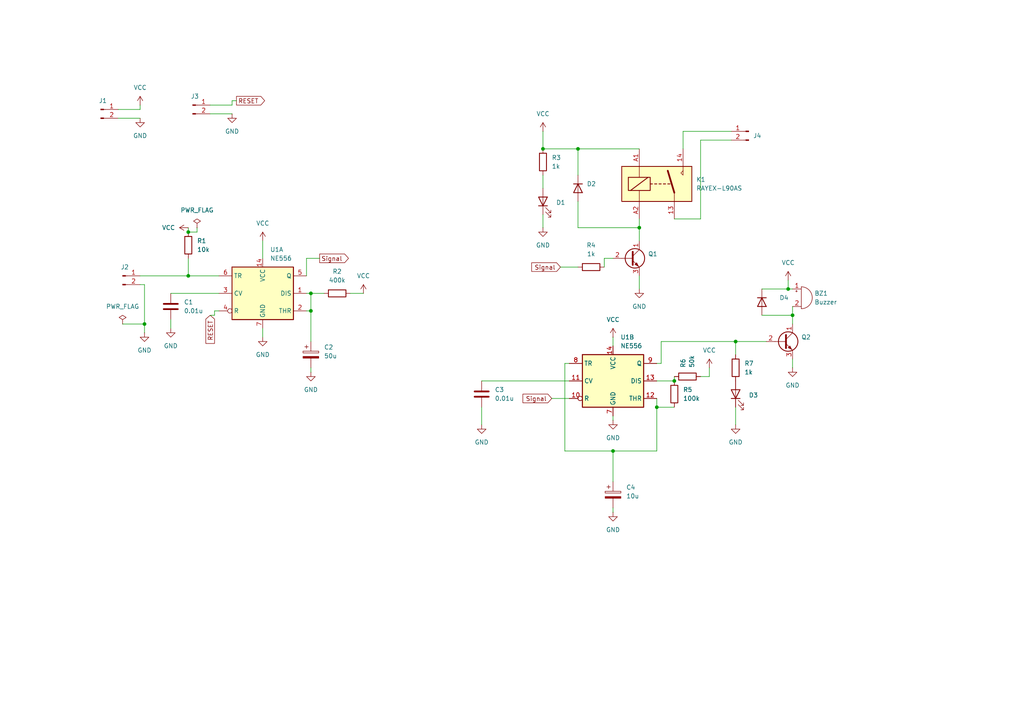
<source format=kicad_sch>
(kicad_sch
	(version 20250114)
	(generator "eeschema")
	(generator_version "9.0")
	(uuid "b4057c97-3e0c-48f8-b3e7-86f70bb4080d")
	(paper "A4")
	(title_block
		(title "Water Watcher")
		(date "2025-09-14")
		(company "Nikhil Arya")
	)
	(lib_symbols
		(symbol "Connector:Conn_01x02_Pin"
			(pin_names
				(offset 1.016)
				(hide yes)
			)
			(exclude_from_sim no)
			(in_bom yes)
			(on_board yes)
			(property "Reference" "J"
				(at 0 2.54 0)
				(effects
					(font
						(size 1.27 1.27)
					)
				)
			)
			(property "Value" "Conn_01x02_Pin"
				(at 0 -5.08 0)
				(effects
					(font
						(size 1.27 1.27)
					)
				)
			)
			(property "Footprint" ""
				(at 0 0 0)
				(effects
					(font
						(size 1.27 1.27)
					)
					(hide yes)
				)
			)
			(property "Datasheet" "~"
				(at 0 0 0)
				(effects
					(font
						(size 1.27 1.27)
					)
					(hide yes)
				)
			)
			(property "Description" "Generic connector, single row, 01x02, script generated"
				(at 0 0 0)
				(effects
					(font
						(size 1.27 1.27)
					)
					(hide yes)
				)
			)
			(property "ki_locked" ""
				(at 0 0 0)
				(effects
					(font
						(size 1.27 1.27)
					)
				)
			)
			(property "ki_keywords" "connector"
				(at 0 0 0)
				(effects
					(font
						(size 1.27 1.27)
					)
					(hide yes)
				)
			)
			(property "ki_fp_filters" "Connector*:*_1x??_*"
				(at 0 0 0)
				(effects
					(font
						(size 1.27 1.27)
					)
					(hide yes)
				)
			)
			(symbol "Conn_01x02_Pin_1_1"
				(rectangle
					(start 0.8636 0.127)
					(end 0 -0.127)
					(stroke
						(width 0.1524)
						(type default)
					)
					(fill
						(type outline)
					)
				)
				(rectangle
					(start 0.8636 -2.413)
					(end 0 -2.667)
					(stroke
						(width 0.1524)
						(type default)
					)
					(fill
						(type outline)
					)
				)
				(polyline
					(pts
						(xy 1.27 0) (xy 0.8636 0)
					)
					(stroke
						(width 0.1524)
						(type default)
					)
					(fill
						(type none)
					)
				)
				(polyline
					(pts
						(xy 1.27 -2.54) (xy 0.8636 -2.54)
					)
					(stroke
						(width 0.1524)
						(type default)
					)
					(fill
						(type none)
					)
				)
				(pin passive line
					(at 5.08 0 180)
					(length 3.81)
					(name "Pin_1"
						(effects
							(font
								(size 1.27 1.27)
							)
						)
					)
					(number "1"
						(effects
							(font
								(size 1.27 1.27)
							)
						)
					)
				)
				(pin passive line
					(at 5.08 -2.54 180)
					(length 3.81)
					(name "Pin_2"
						(effects
							(font
								(size 1.27 1.27)
							)
						)
					)
					(number "2"
						(effects
							(font
								(size 1.27 1.27)
							)
						)
					)
				)
			)
			(embedded_fonts no)
		)
		(symbol "Device:Buzzer"
			(pin_names
				(offset 0.0254)
				(hide yes)
			)
			(exclude_from_sim no)
			(in_bom yes)
			(on_board yes)
			(property "Reference" "BZ"
				(at 3.81 1.27 0)
				(effects
					(font
						(size 1.27 1.27)
					)
					(justify left)
				)
			)
			(property "Value" "Buzzer"
				(at 3.81 -1.27 0)
				(effects
					(font
						(size 1.27 1.27)
					)
					(justify left)
				)
			)
			(property "Footprint" ""
				(at -0.635 2.54 90)
				(effects
					(font
						(size 1.27 1.27)
					)
					(hide yes)
				)
			)
			(property "Datasheet" "~"
				(at -0.635 2.54 90)
				(effects
					(font
						(size 1.27 1.27)
					)
					(hide yes)
				)
			)
			(property "Description" "Buzzer, polarized"
				(at 0 0 0)
				(effects
					(font
						(size 1.27 1.27)
					)
					(hide yes)
				)
			)
			(property "ki_keywords" "quartz resonator ceramic"
				(at 0 0 0)
				(effects
					(font
						(size 1.27 1.27)
					)
					(hide yes)
				)
			)
			(property "ki_fp_filters" "*Buzzer*"
				(at 0 0 0)
				(effects
					(font
						(size 1.27 1.27)
					)
					(hide yes)
				)
			)
			(symbol "Buzzer_0_1"
				(polyline
					(pts
						(xy -1.651 1.905) (xy -1.143 1.905)
					)
					(stroke
						(width 0)
						(type default)
					)
					(fill
						(type none)
					)
				)
				(polyline
					(pts
						(xy -1.397 2.159) (xy -1.397 1.651)
					)
					(stroke
						(width 0)
						(type default)
					)
					(fill
						(type none)
					)
				)
				(arc
					(start 0 3.175)
					(mid 3.1612 0)
					(end 0 -3.175)
					(stroke
						(width 0)
						(type default)
					)
					(fill
						(type none)
					)
				)
				(polyline
					(pts
						(xy 0 3.175) (xy 0 -3.175)
					)
					(stroke
						(width 0)
						(type default)
					)
					(fill
						(type none)
					)
				)
			)
			(symbol "Buzzer_1_1"
				(pin passive line
					(at -2.54 2.54 0)
					(length 2.54)
					(name "+"
						(effects
							(font
								(size 1.27 1.27)
							)
						)
					)
					(number "1"
						(effects
							(font
								(size 1.27 1.27)
							)
						)
					)
				)
				(pin passive line
					(at -2.54 -2.54 0)
					(length 2.54)
					(name "-"
						(effects
							(font
								(size 1.27 1.27)
							)
						)
					)
					(number "2"
						(effects
							(font
								(size 1.27 1.27)
							)
						)
					)
				)
			)
			(embedded_fonts no)
		)
		(symbol "Device:C"
			(pin_numbers
				(hide yes)
			)
			(pin_names
				(offset 0.254)
			)
			(exclude_from_sim no)
			(in_bom yes)
			(on_board yes)
			(property "Reference" "C"
				(at 0.635 2.54 0)
				(effects
					(font
						(size 1.27 1.27)
					)
					(justify left)
				)
			)
			(property "Value" "C"
				(at 0.635 -2.54 0)
				(effects
					(font
						(size 1.27 1.27)
					)
					(justify left)
				)
			)
			(property "Footprint" ""
				(at 0.9652 -3.81 0)
				(effects
					(font
						(size 1.27 1.27)
					)
					(hide yes)
				)
			)
			(property "Datasheet" "~"
				(at 0 0 0)
				(effects
					(font
						(size 1.27 1.27)
					)
					(hide yes)
				)
			)
			(property "Description" "Unpolarized capacitor"
				(at 0 0 0)
				(effects
					(font
						(size 1.27 1.27)
					)
					(hide yes)
				)
			)
			(property "ki_keywords" "cap capacitor"
				(at 0 0 0)
				(effects
					(font
						(size 1.27 1.27)
					)
					(hide yes)
				)
			)
			(property "ki_fp_filters" "C_*"
				(at 0 0 0)
				(effects
					(font
						(size 1.27 1.27)
					)
					(hide yes)
				)
			)
			(symbol "C_0_1"
				(polyline
					(pts
						(xy -2.032 0.762) (xy 2.032 0.762)
					)
					(stroke
						(width 0.508)
						(type default)
					)
					(fill
						(type none)
					)
				)
				(polyline
					(pts
						(xy -2.032 -0.762) (xy 2.032 -0.762)
					)
					(stroke
						(width 0.508)
						(type default)
					)
					(fill
						(type none)
					)
				)
			)
			(symbol "C_1_1"
				(pin passive line
					(at 0 3.81 270)
					(length 2.794)
					(name "~"
						(effects
							(font
								(size 1.27 1.27)
							)
						)
					)
					(number "1"
						(effects
							(font
								(size 1.27 1.27)
							)
						)
					)
				)
				(pin passive line
					(at 0 -3.81 90)
					(length 2.794)
					(name "~"
						(effects
							(font
								(size 1.27 1.27)
							)
						)
					)
					(number "2"
						(effects
							(font
								(size 1.27 1.27)
							)
						)
					)
				)
			)
			(embedded_fonts no)
		)
		(symbol "Device:C_Polarized"
			(pin_numbers
				(hide yes)
			)
			(pin_names
				(offset 0.254)
			)
			(exclude_from_sim no)
			(in_bom yes)
			(on_board yes)
			(property "Reference" "C"
				(at 0.635 2.54 0)
				(effects
					(font
						(size 1.27 1.27)
					)
					(justify left)
				)
			)
			(property "Value" "C_Polarized"
				(at 0.635 -2.54 0)
				(effects
					(font
						(size 1.27 1.27)
					)
					(justify left)
				)
			)
			(property "Footprint" ""
				(at 0.9652 -3.81 0)
				(effects
					(font
						(size 1.27 1.27)
					)
					(hide yes)
				)
			)
			(property "Datasheet" "~"
				(at 0 0 0)
				(effects
					(font
						(size 1.27 1.27)
					)
					(hide yes)
				)
			)
			(property "Description" "Polarized capacitor"
				(at 0 0 0)
				(effects
					(font
						(size 1.27 1.27)
					)
					(hide yes)
				)
			)
			(property "ki_keywords" "cap capacitor"
				(at 0 0 0)
				(effects
					(font
						(size 1.27 1.27)
					)
					(hide yes)
				)
			)
			(property "ki_fp_filters" "CP_*"
				(at 0 0 0)
				(effects
					(font
						(size 1.27 1.27)
					)
					(hide yes)
				)
			)
			(symbol "C_Polarized_0_1"
				(rectangle
					(start -2.286 0.508)
					(end 2.286 1.016)
					(stroke
						(width 0)
						(type default)
					)
					(fill
						(type none)
					)
				)
				(polyline
					(pts
						(xy -1.778 2.286) (xy -0.762 2.286)
					)
					(stroke
						(width 0)
						(type default)
					)
					(fill
						(type none)
					)
				)
				(polyline
					(pts
						(xy -1.27 2.794) (xy -1.27 1.778)
					)
					(stroke
						(width 0)
						(type default)
					)
					(fill
						(type none)
					)
				)
				(rectangle
					(start 2.286 -0.508)
					(end -2.286 -1.016)
					(stroke
						(width 0)
						(type default)
					)
					(fill
						(type outline)
					)
				)
			)
			(symbol "C_Polarized_1_1"
				(pin passive line
					(at 0 3.81 270)
					(length 2.794)
					(name "~"
						(effects
							(font
								(size 1.27 1.27)
							)
						)
					)
					(number "1"
						(effects
							(font
								(size 1.27 1.27)
							)
						)
					)
				)
				(pin passive line
					(at 0 -3.81 90)
					(length 2.794)
					(name "~"
						(effects
							(font
								(size 1.27 1.27)
							)
						)
					)
					(number "2"
						(effects
							(font
								(size 1.27 1.27)
							)
						)
					)
				)
			)
			(embedded_fonts no)
		)
		(symbol "Device:LED"
			(pin_numbers
				(hide yes)
			)
			(pin_names
				(offset 1.016)
				(hide yes)
			)
			(exclude_from_sim no)
			(in_bom yes)
			(on_board yes)
			(property "Reference" "D"
				(at 0 2.54 0)
				(effects
					(font
						(size 1.27 1.27)
					)
				)
			)
			(property "Value" "LED"
				(at 0 -2.54 0)
				(effects
					(font
						(size 1.27 1.27)
					)
				)
			)
			(property "Footprint" ""
				(at 0 0 0)
				(effects
					(font
						(size 1.27 1.27)
					)
					(hide yes)
				)
			)
			(property "Datasheet" "~"
				(at 0 0 0)
				(effects
					(font
						(size 1.27 1.27)
					)
					(hide yes)
				)
			)
			(property "Description" "Light emitting diode"
				(at 0 0 0)
				(effects
					(font
						(size 1.27 1.27)
					)
					(hide yes)
				)
			)
			(property "Sim.Pins" "1=K 2=A"
				(at 0 0 0)
				(effects
					(font
						(size 1.27 1.27)
					)
					(hide yes)
				)
			)
			(property "ki_keywords" "LED diode"
				(at 0 0 0)
				(effects
					(font
						(size 1.27 1.27)
					)
					(hide yes)
				)
			)
			(property "ki_fp_filters" "LED* LED_SMD:* LED_THT:*"
				(at 0 0 0)
				(effects
					(font
						(size 1.27 1.27)
					)
					(hide yes)
				)
			)
			(symbol "LED_0_1"
				(polyline
					(pts
						(xy -3.048 -0.762) (xy -4.572 -2.286) (xy -3.81 -2.286) (xy -4.572 -2.286) (xy -4.572 -1.524)
					)
					(stroke
						(width 0)
						(type default)
					)
					(fill
						(type none)
					)
				)
				(polyline
					(pts
						(xy -1.778 -0.762) (xy -3.302 -2.286) (xy -2.54 -2.286) (xy -3.302 -2.286) (xy -3.302 -1.524)
					)
					(stroke
						(width 0)
						(type default)
					)
					(fill
						(type none)
					)
				)
				(polyline
					(pts
						(xy -1.27 0) (xy 1.27 0)
					)
					(stroke
						(width 0)
						(type default)
					)
					(fill
						(type none)
					)
				)
				(polyline
					(pts
						(xy -1.27 -1.27) (xy -1.27 1.27)
					)
					(stroke
						(width 0.254)
						(type default)
					)
					(fill
						(type none)
					)
				)
				(polyline
					(pts
						(xy 1.27 -1.27) (xy 1.27 1.27) (xy -1.27 0) (xy 1.27 -1.27)
					)
					(stroke
						(width 0.254)
						(type default)
					)
					(fill
						(type none)
					)
				)
			)
			(symbol "LED_1_1"
				(pin passive line
					(at -3.81 0 0)
					(length 2.54)
					(name "K"
						(effects
							(font
								(size 1.27 1.27)
							)
						)
					)
					(number "1"
						(effects
							(font
								(size 1.27 1.27)
							)
						)
					)
				)
				(pin passive line
					(at 3.81 0 180)
					(length 2.54)
					(name "A"
						(effects
							(font
								(size 1.27 1.27)
							)
						)
					)
					(number "2"
						(effects
							(font
								(size 1.27 1.27)
							)
						)
					)
				)
			)
			(embedded_fonts no)
		)
		(symbol "Device:R"
			(pin_numbers
				(hide yes)
			)
			(pin_names
				(offset 0)
			)
			(exclude_from_sim no)
			(in_bom yes)
			(on_board yes)
			(property "Reference" "R"
				(at 2.032 0 90)
				(effects
					(font
						(size 1.27 1.27)
					)
				)
			)
			(property "Value" "R"
				(at 0 0 90)
				(effects
					(font
						(size 1.27 1.27)
					)
				)
			)
			(property "Footprint" ""
				(at -1.778 0 90)
				(effects
					(font
						(size 1.27 1.27)
					)
					(hide yes)
				)
			)
			(property "Datasheet" "~"
				(at 0 0 0)
				(effects
					(font
						(size 1.27 1.27)
					)
					(hide yes)
				)
			)
			(property "Description" "Resistor"
				(at 0 0 0)
				(effects
					(font
						(size 1.27 1.27)
					)
					(hide yes)
				)
			)
			(property "ki_keywords" "R res resistor"
				(at 0 0 0)
				(effects
					(font
						(size 1.27 1.27)
					)
					(hide yes)
				)
			)
			(property "ki_fp_filters" "R_*"
				(at 0 0 0)
				(effects
					(font
						(size 1.27 1.27)
					)
					(hide yes)
				)
			)
			(symbol "R_0_1"
				(rectangle
					(start -1.016 -2.54)
					(end 1.016 2.54)
					(stroke
						(width 0.254)
						(type default)
					)
					(fill
						(type none)
					)
				)
			)
			(symbol "R_1_1"
				(pin passive line
					(at 0 3.81 270)
					(length 1.27)
					(name "~"
						(effects
							(font
								(size 1.27 1.27)
							)
						)
					)
					(number "1"
						(effects
							(font
								(size 1.27 1.27)
							)
						)
					)
				)
				(pin passive line
					(at 0 -3.81 90)
					(length 1.27)
					(name "~"
						(effects
							(font
								(size 1.27 1.27)
							)
						)
					)
					(number "2"
						(effects
							(font
								(size 1.27 1.27)
							)
						)
					)
				)
			)
			(embedded_fonts no)
		)
		(symbol "Diode:1N4001"
			(pin_numbers
				(hide yes)
			)
			(pin_names
				(hide yes)
			)
			(exclude_from_sim no)
			(in_bom yes)
			(on_board yes)
			(property "Reference" "D"
				(at 0 2.54 0)
				(effects
					(font
						(size 1.27 1.27)
					)
				)
			)
			(property "Value" "1N4001"
				(at 0 -2.54 0)
				(effects
					(font
						(size 1.27 1.27)
					)
				)
			)
			(property "Footprint" "Diode_THT:D_DO-41_SOD81_P10.16mm_Horizontal"
				(at 0 0 0)
				(effects
					(font
						(size 1.27 1.27)
					)
					(hide yes)
				)
			)
			(property "Datasheet" "http://www.vishay.com/docs/88503/1n4001.pdf"
				(at 0 0 0)
				(effects
					(font
						(size 1.27 1.27)
					)
					(hide yes)
				)
			)
			(property "Description" "50V 1A General Purpose Rectifier Diode, DO-41"
				(at 0 0 0)
				(effects
					(font
						(size 1.27 1.27)
					)
					(hide yes)
				)
			)
			(property "Sim.Device" "D"
				(at 0 0 0)
				(effects
					(font
						(size 1.27 1.27)
					)
					(hide yes)
				)
			)
			(property "Sim.Pins" "1=K 2=A"
				(at 0 0 0)
				(effects
					(font
						(size 1.27 1.27)
					)
					(hide yes)
				)
			)
			(property "ki_keywords" "diode"
				(at 0 0 0)
				(effects
					(font
						(size 1.27 1.27)
					)
					(hide yes)
				)
			)
			(property "ki_fp_filters" "D*DO?41*"
				(at 0 0 0)
				(effects
					(font
						(size 1.27 1.27)
					)
					(hide yes)
				)
			)
			(symbol "1N4001_0_1"
				(polyline
					(pts
						(xy -1.27 1.27) (xy -1.27 -1.27)
					)
					(stroke
						(width 0.254)
						(type default)
					)
					(fill
						(type none)
					)
				)
				(polyline
					(pts
						(xy 1.27 1.27) (xy 1.27 -1.27) (xy -1.27 0) (xy 1.27 1.27)
					)
					(stroke
						(width 0.254)
						(type default)
					)
					(fill
						(type none)
					)
				)
				(polyline
					(pts
						(xy 1.27 0) (xy -1.27 0)
					)
					(stroke
						(width 0)
						(type default)
					)
					(fill
						(type none)
					)
				)
			)
			(symbol "1N4001_1_1"
				(pin passive line
					(at -3.81 0 0)
					(length 2.54)
					(name "K"
						(effects
							(font
								(size 1.27 1.27)
							)
						)
					)
					(number "1"
						(effects
							(font
								(size 1.27 1.27)
							)
						)
					)
				)
				(pin passive line
					(at 3.81 0 180)
					(length 2.54)
					(name "A"
						(effects
							(font
								(size 1.27 1.27)
							)
						)
					)
					(number "2"
						(effects
							(font
								(size 1.27 1.27)
							)
						)
					)
				)
			)
			(embedded_fonts no)
		)
		(symbol "Relay:RAYEX-L90AS"
			(exclude_from_sim no)
			(in_bom yes)
			(on_board yes)
			(property "Reference" "K"
				(at 11.43 3.81 0)
				(effects
					(font
						(size 1.27 1.27)
					)
					(justify left)
				)
			)
			(property "Value" "RAYEX-L90AS"
				(at 11.43 1.27 0)
				(effects
					(font
						(size 1.27 1.27)
					)
					(justify left)
				)
			)
			(property "Footprint" "Relay_THT:Relay_SPST_RAYEX-L90AS"
				(at 11.43 -1.27 0)
				(effects
					(font
						(size 1.27 1.27)
					)
					(justify left)
					(hide yes)
				)
			)
			(property "Datasheet" "https://a3.sofastcdn.com/attachment/7jioKBjnRiiSrjrjknRiwS77gwbf3zmp/L90-SERIES.pdf"
				(at 17.78 -3.81 0)
				(effects
					(font
						(size 1.27 1.27)
					)
					(justify left)
					(hide yes)
				)
			)
			(property "Description" "Power relay, Without Common Terminal between coil terminals, NO, SPST, 30A"
				(at 0 0 0)
				(effects
					(font
						(size 1.27 1.27)
					)
					(hide yes)
				)
			)
			(property "ki_keywords" "30A Single Pole Relay"
				(at 0 0 0)
				(effects
					(font
						(size 1.27 1.27)
					)
					(hide yes)
				)
			)
			(property "ki_fp_filters" "Relay*SPST*RAYEX*L90A*"
				(at 0 0 0)
				(effects
					(font
						(size 1.27 1.27)
					)
					(hide yes)
				)
			)
			(symbol "RAYEX-L90AS_1_0"
				(polyline
					(pts
						(xy 7.62 3.81) (xy 7.62 5.08)
					)
					(stroke
						(width 0)
						(type default)
					)
					(fill
						(type none)
					)
				)
				(polyline
					(pts
						(xy 7.62 3.81) (xy 7.62 2.54) (xy 6.985 3.175) (xy 7.62 3.81)
					)
					(stroke
						(width 0)
						(type default)
					)
					(fill
						(type none)
					)
				)
			)
			(symbol "RAYEX-L90AS_1_1"
				(rectangle
					(start -10.16 5.08)
					(end 10.16 -5.08)
					(stroke
						(width 0.254)
						(type default)
					)
					(fill
						(type background)
					)
				)
				(rectangle
					(start -8.255 1.905)
					(end -1.905 -1.905)
					(stroke
						(width 0.254)
						(type default)
					)
					(fill
						(type none)
					)
				)
				(polyline
					(pts
						(xy -7.62 -1.905) (xy -2.54 1.905)
					)
					(stroke
						(width 0.254)
						(type default)
					)
					(fill
						(type none)
					)
				)
				(polyline
					(pts
						(xy -5.08 5.08) (xy -5.08 1.905)
					)
					(stroke
						(width 0)
						(type default)
					)
					(fill
						(type none)
					)
				)
				(polyline
					(pts
						(xy -5.08 -5.08) (xy -5.08 -1.905)
					)
					(stroke
						(width 0)
						(type default)
					)
					(fill
						(type none)
					)
				)
				(polyline
					(pts
						(xy -1.905 0) (xy -1.27 0)
					)
					(stroke
						(width 0.254)
						(type default)
					)
					(fill
						(type none)
					)
				)
				(polyline
					(pts
						(xy -0.635 0) (xy 0 0)
					)
					(stroke
						(width 0.254)
						(type default)
					)
					(fill
						(type none)
					)
				)
				(polyline
					(pts
						(xy 0.635 0) (xy 1.27 0)
					)
					(stroke
						(width 0.254)
						(type default)
					)
					(fill
						(type none)
					)
				)
				(polyline
					(pts
						(xy 1.905 0) (xy 2.54 0)
					)
					(stroke
						(width 0.254)
						(type default)
					)
					(fill
						(type none)
					)
				)
				(polyline
					(pts
						(xy 3.175 0) (xy 3.81 0)
					)
					(stroke
						(width 0.254)
						(type default)
					)
					(fill
						(type none)
					)
				)
				(polyline
					(pts
						(xy 5.08 -2.54) (xy 3.175 3.81)
					)
					(stroke
						(width 0.508)
						(type default)
					)
					(fill
						(type none)
					)
				)
				(polyline
					(pts
						(xy 5.08 -2.54) (xy 5.08 -5.08)
					)
					(stroke
						(width 0)
						(type default)
					)
					(fill
						(type none)
					)
				)
				(pin passive line
					(at -5.08 10.16 270)
					(length 5.08)
					(name "~"
						(effects
							(font
								(size 1.27 1.27)
							)
						)
					)
					(number "A1"
						(effects
							(font
								(size 1.27 1.27)
							)
						)
					)
				)
				(pin passive line
					(at -5.08 -10.16 90)
					(length 5.08)
					(name "~"
						(effects
							(font
								(size 1.27 1.27)
							)
						)
					)
					(number "A2"
						(effects
							(font
								(size 1.27 1.27)
							)
						)
					)
				)
				(pin passive line
					(at 5.08 -10.16 90)
					(length 5.08)
					(name "~"
						(effects
							(font
								(size 1.27 1.27)
							)
						)
					)
					(number "13"
						(effects
							(font
								(size 1.27 1.27)
							)
						)
					)
				)
				(pin passive line
					(at 7.62 10.16 270)
					(length 5.08)
					(name "~"
						(effects
							(font
								(size 1.27 1.27)
							)
						)
					)
					(number "14"
						(effects
							(font
								(size 1.27 1.27)
							)
						)
					)
				)
			)
			(embedded_fonts no)
		)
		(symbol "Timer:NE556"
			(exclude_from_sim no)
			(in_bom yes)
			(on_board yes)
			(property "Reference" "U"
				(at -10.16 8.89 0)
				(effects
					(font
						(size 1.27 1.27)
					)
					(justify left)
				)
			)
			(property "Value" "NE556"
				(at -10.16 -8.89 0)
				(effects
					(font
						(size 1.27 1.27)
					)
					(justify left)
				)
			)
			(property "Footprint" ""
				(at 0 0 0)
				(effects
					(font
						(size 1.27 1.27)
					)
					(hide yes)
				)
			)
			(property "Datasheet" "http://www.ti.com/lit/ds/symlink/ne556.pdf"
				(at 0 0 0)
				(effects
					(font
						(size 1.27 1.27)
					)
					(hide yes)
				)
			)
			(property "Description" "Dual Precision Timers, DIP-14/SOIC-14"
				(at 0 0 0)
				(effects
					(font
						(size 1.27 1.27)
					)
					(hide yes)
				)
			)
			(property "ki_keywords" "dual timer"
				(at 0 0 0)
				(effects
					(font
						(size 1.27 1.27)
					)
					(hide yes)
				)
			)
			(property "ki_fp_filters" "DIP*W7.62mm* TSSOP*5.3x6.2mm*P0.65mm* SOIC*3.9x8.7mm*P1.27mm*"
				(at 0 0 0)
				(effects
					(font
						(size 1.27 1.27)
					)
					(hide yes)
				)
			)
			(symbol "NE556_0_0"
				(pin power_in line
					(at 0 10.16 270)
					(length 2.54)
					(name "VCC"
						(effects
							(font
								(size 1.27 1.27)
							)
						)
					)
					(number "14"
						(effects
							(font
								(size 1.27 1.27)
							)
						)
					)
				)
				(pin power_in line
					(at 0 -10.16 90)
					(length 2.54)
					(name "GND"
						(effects
							(font
								(size 1.27 1.27)
							)
						)
					)
					(number "7"
						(effects
							(font
								(size 1.27 1.27)
							)
						)
					)
				)
			)
			(symbol "NE556_0_1"
				(rectangle
					(start -8.89 -7.62)
					(end 8.89 7.62)
					(stroke
						(width 0.254)
						(type default)
					)
					(fill
						(type background)
					)
				)
				(rectangle
					(start -8.89 -7.62)
					(end 8.89 7.62)
					(stroke
						(width 0.254)
						(type default)
					)
					(fill
						(type background)
					)
				)
			)
			(symbol "NE556_1_1"
				(pin input line
					(at -12.7 5.08 0)
					(length 3.81)
					(name "TR"
						(effects
							(font
								(size 1.27 1.27)
							)
						)
					)
					(number "6"
						(effects
							(font
								(size 1.27 1.27)
							)
						)
					)
				)
				(pin input line
					(at -12.7 0 0)
					(length 3.81)
					(name "CV"
						(effects
							(font
								(size 1.27 1.27)
							)
						)
					)
					(number "3"
						(effects
							(font
								(size 1.27 1.27)
							)
						)
					)
				)
				(pin input inverted
					(at -12.7 -5.08 0)
					(length 3.81)
					(name "R"
						(effects
							(font
								(size 1.27 1.27)
							)
						)
					)
					(number "4"
						(effects
							(font
								(size 1.27 1.27)
							)
						)
					)
				)
				(pin output line
					(at 12.7 5.08 180)
					(length 3.81)
					(name "Q"
						(effects
							(font
								(size 1.27 1.27)
							)
						)
					)
					(number "5"
						(effects
							(font
								(size 1.27 1.27)
							)
						)
					)
				)
				(pin input line
					(at 12.7 0 180)
					(length 3.81)
					(name "DIS"
						(effects
							(font
								(size 1.27 1.27)
							)
						)
					)
					(number "1"
						(effects
							(font
								(size 1.27 1.27)
							)
						)
					)
				)
				(pin input line
					(at 12.7 -5.08 180)
					(length 3.81)
					(name "THR"
						(effects
							(font
								(size 1.27 1.27)
							)
						)
					)
					(number "2"
						(effects
							(font
								(size 1.27 1.27)
							)
						)
					)
				)
			)
			(symbol "NE556_2_1"
				(pin input line
					(at -12.7 5.08 0)
					(length 3.81)
					(name "TR"
						(effects
							(font
								(size 1.27 1.27)
							)
						)
					)
					(number "8"
						(effects
							(font
								(size 1.27 1.27)
							)
						)
					)
				)
				(pin input line
					(at -12.7 0 0)
					(length 3.81)
					(name "CV"
						(effects
							(font
								(size 1.27 1.27)
							)
						)
					)
					(number "11"
						(effects
							(font
								(size 1.27 1.27)
							)
						)
					)
				)
				(pin input inverted
					(at -12.7 -5.08 0)
					(length 3.81)
					(name "R"
						(effects
							(font
								(size 1.27 1.27)
							)
						)
					)
					(number "10"
						(effects
							(font
								(size 1.27 1.27)
							)
						)
					)
				)
				(pin output line
					(at 12.7 5.08 180)
					(length 3.81)
					(name "Q"
						(effects
							(font
								(size 1.27 1.27)
							)
						)
					)
					(number "9"
						(effects
							(font
								(size 1.27 1.27)
							)
						)
					)
				)
				(pin input line
					(at 12.7 0 180)
					(length 3.81)
					(name "DIS"
						(effects
							(font
								(size 1.27 1.27)
							)
						)
					)
					(number "13"
						(effects
							(font
								(size 1.27 1.27)
							)
						)
					)
				)
				(pin input line
					(at 12.7 -5.08 180)
					(length 3.81)
					(name "THR"
						(effects
							(font
								(size 1.27 1.27)
							)
						)
					)
					(number "12"
						(effects
							(font
								(size 1.27 1.27)
							)
						)
					)
				)
			)
			(embedded_fonts no)
		)
		(symbol "Transistor_BJT:BC549"
			(pin_names
				(offset 0)
				(hide yes)
			)
			(exclude_from_sim no)
			(in_bom yes)
			(on_board yes)
			(property "Reference" "Q"
				(at 5.08 1.905 0)
				(effects
					(font
						(size 1.27 1.27)
					)
					(justify left)
				)
			)
			(property "Value" "BC549"
				(at 5.08 0 0)
				(effects
					(font
						(size 1.27 1.27)
					)
					(justify left)
				)
			)
			(property "Footprint" "Package_TO_SOT_THT:TO-92_Inline"
				(at 5.08 -1.905 0)
				(effects
					(font
						(size 1.27 1.27)
						(italic yes)
					)
					(justify left)
					(hide yes)
				)
			)
			(property "Datasheet" "https://www.onsemi.com/pub/Collateral/BC550-D.pdf"
				(at 0 0 0)
				(effects
					(font
						(size 1.27 1.27)
					)
					(justify left)
					(hide yes)
				)
			)
			(property "Description" "0.1A Ic, 30V Vce, Small Signal NPN Transistor, TO-92"
				(at 0 0 0)
				(effects
					(font
						(size 1.27 1.27)
					)
					(hide yes)
				)
			)
			(property "ki_keywords" "NPN Transistor"
				(at 0 0 0)
				(effects
					(font
						(size 1.27 1.27)
					)
					(hide yes)
				)
			)
			(property "ki_fp_filters" "TO?92*"
				(at 0 0 0)
				(effects
					(font
						(size 1.27 1.27)
					)
					(hide yes)
				)
			)
			(symbol "BC549_0_1"
				(polyline
					(pts
						(xy -2.54 0) (xy 0.635 0)
					)
					(stroke
						(width 0)
						(type default)
					)
					(fill
						(type none)
					)
				)
				(polyline
					(pts
						(xy 0.635 1.905) (xy 0.635 -1.905)
					)
					(stroke
						(width 0.508)
						(type default)
					)
					(fill
						(type none)
					)
				)
				(circle
					(center 1.27 0)
					(radius 2.8194)
					(stroke
						(width 0.254)
						(type default)
					)
					(fill
						(type none)
					)
				)
			)
			(symbol "BC549_1_1"
				(polyline
					(pts
						(xy 0.635 0.635) (xy 2.54 2.54)
					)
					(stroke
						(width 0)
						(type default)
					)
					(fill
						(type none)
					)
				)
				(polyline
					(pts
						(xy 0.635 -0.635) (xy 2.54 -2.54)
					)
					(stroke
						(width 0)
						(type default)
					)
					(fill
						(type none)
					)
				)
				(polyline
					(pts
						(xy 1.27 -1.778) (xy 1.778 -1.27) (xy 2.286 -2.286) (xy 1.27 -1.778)
					)
					(stroke
						(width 0)
						(type default)
					)
					(fill
						(type outline)
					)
				)
				(pin input line
					(at -5.08 0 0)
					(length 2.54)
					(name "B"
						(effects
							(font
								(size 1.27 1.27)
							)
						)
					)
					(number "2"
						(effects
							(font
								(size 1.27 1.27)
							)
						)
					)
				)
				(pin passive line
					(at 2.54 5.08 270)
					(length 2.54)
					(name "C"
						(effects
							(font
								(size 1.27 1.27)
							)
						)
					)
					(number "1"
						(effects
							(font
								(size 1.27 1.27)
							)
						)
					)
				)
				(pin passive line
					(at 2.54 -5.08 90)
					(length 2.54)
					(name "E"
						(effects
							(font
								(size 1.27 1.27)
							)
						)
					)
					(number "3"
						(effects
							(font
								(size 1.27 1.27)
							)
						)
					)
				)
			)
			(embedded_fonts no)
		)
		(symbol "power:GND"
			(power)
			(pin_numbers
				(hide yes)
			)
			(pin_names
				(offset 0)
				(hide yes)
			)
			(exclude_from_sim no)
			(in_bom yes)
			(on_board yes)
			(property "Reference" "#PWR"
				(at 0 -6.35 0)
				(effects
					(font
						(size 1.27 1.27)
					)
					(hide yes)
				)
			)
			(property "Value" "GND"
				(at 0 -3.81 0)
				(effects
					(font
						(size 1.27 1.27)
					)
				)
			)
			(property "Footprint" ""
				(at 0 0 0)
				(effects
					(font
						(size 1.27 1.27)
					)
					(hide yes)
				)
			)
			(property "Datasheet" ""
				(at 0 0 0)
				(effects
					(font
						(size 1.27 1.27)
					)
					(hide yes)
				)
			)
			(property "Description" "Power symbol creates a global label with name \"GND\" , ground"
				(at 0 0 0)
				(effects
					(font
						(size 1.27 1.27)
					)
					(hide yes)
				)
			)
			(property "ki_keywords" "global power"
				(at 0 0 0)
				(effects
					(font
						(size 1.27 1.27)
					)
					(hide yes)
				)
			)
			(symbol "GND_0_1"
				(polyline
					(pts
						(xy 0 0) (xy 0 -1.27) (xy 1.27 -1.27) (xy 0 -2.54) (xy -1.27 -1.27) (xy 0 -1.27)
					)
					(stroke
						(width 0)
						(type default)
					)
					(fill
						(type none)
					)
				)
			)
			(symbol "GND_1_1"
				(pin power_in line
					(at 0 0 270)
					(length 0)
					(name "~"
						(effects
							(font
								(size 1.27 1.27)
							)
						)
					)
					(number "1"
						(effects
							(font
								(size 1.27 1.27)
							)
						)
					)
				)
			)
			(embedded_fonts no)
		)
		(symbol "power:PWR_FLAG"
			(power)
			(pin_numbers
				(hide yes)
			)
			(pin_names
				(offset 0)
				(hide yes)
			)
			(exclude_from_sim no)
			(in_bom yes)
			(on_board yes)
			(property "Reference" "#FLG"
				(at 0 1.905 0)
				(effects
					(font
						(size 1.27 1.27)
					)
					(hide yes)
				)
			)
			(property "Value" "PWR_FLAG"
				(at 0 3.81 0)
				(effects
					(font
						(size 1.27 1.27)
					)
				)
			)
			(property "Footprint" ""
				(at 0 0 0)
				(effects
					(font
						(size 1.27 1.27)
					)
					(hide yes)
				)
			)
			(property "Datasheet" "~"
				(at 0 0 0)
				(effects
					(font
						(size 1.27 1.27)
					)
					(hide yes)
				)
			)
			(property "Description" "Special symbol for telling ERC where power comes from"
				(at 0 0 0)
				(effects
					(font
						(size 1.27 1.27)
					)
					(hide yes)
				)
			)
			(property "ki_keywords" "flag power"
				(at 0 0 0)
				(effects
					(font
						(size 1.27 1.27)
					)
					(hide yes)
				)
			)
			(symbol "PWR_FLAG_0_0"
				(pin power_out line
					(at 0 0 90)
					(length 0)
					(name "~"
						(effects
							(font
								(size 1.27 1.27)
							)
						)
					)
					(number "1"
						(effects
							(font
								(size 1.27 1.27)
							)
						)
					)
				)
			)
			(symbol "PWR_FLAG_0_1"
				(polyline
					(pts
						(xy 0 0) (xy 0 1.27) (xy -1.016 1.905) (xy 0 2.54) (xy 1.016 1.905) (xy 0 1.27)
					)
					(stroke
						(width 0)
						(type default)
					)
					(fill
						(type none)
					)
				)
			)
			(embedded_fonts no)
		)
		(symbol "power:VCC"
			(power)
			(pin_numbers
				(hide yes)
			)
			(pin_names
				(offset 0)
				(hide yes)
			)
			(exclude_from_sim no)
			(in_bom yes)
			(on_board yes)
			(property "Reference" "#PWR"
				(at 0 -3.81 0)
				(effects
					(font
						(size 1.27 1.27)
					)
					(hide yes)
				)
			)
			(property "Value" "VCC"
				(at 0 3.556 0)
				(effects
					(font
						(size 1.27 1.27)
					)
				)
			)
			(property "Footprint" ""
				(at 0 0 0)
				(effects
					(font
						(size 1.27 1.27)
					)
					(hide yes)
				)
			)
			(property "Datasheet" ""
				(at 0 0 0)
				(effects
					(font
						(size 1.27 1.27)
					)
					(hide yes)
				)
			)
			(property "Description" "Power symbol creates a global label with name \"VCC\""
				(at 0 0 0)
				(effects
					(font
						(size 1.27 1.27)
					)
					(hide yes)
				)
			)
			(property "ki_keywords" "global power"
				(at 0 0 0)
				(effects
					(font
						(size 1.27 1.27)
					)
					(hide yes)
				)
			)
			(symbol "VCC_0_1"
				(polyline
					(pts
						(xy -0.762 1.27) (xy 0 2.54)
					)
					(stroke
						(width 0)
						(type default)
					)
					(fill
						(type none)
					)
				)
				(polyline
					(pts
						(xy 0 2.54) (xy 0.762 1.27)
					)
					(stroke
						(width 0)
						(type default)
					)
					(fill
						(type none)
					)
				)
				(polyline
					(pts
						(xy 0 0) (xy 0 2.54)
					)
					(stroke
						(width 0)
						(type default)
					)
					(fill
						(type none)
					)
				)
			)
			(symbol "VCC_1_1"
				(pin power_in line
					(at 0 0 90)
					(length 0)
					(name "~"
						(effects
							(font
								(size 1.27 1.27)
							)
						)
					)
					(number "1"
						(effects
							(font
								(size 1.27 1.27)
							)
						)
					)
				)
			)
			(embedded_fonts no)
		)
	)
	(junction
		(at 229.87 91.44)
		(diameter 0)
		(color 0 0 0 0)
		(uuid "0bf7c173-47b7-4194-b307-06ce798087b4")
	)
	(junction
		(at 157.48 43.18)
		(diameter 0)
		(color 0 0 0 0)
		(uuid "20a812f0-a922-4c81-8fa7-606b3124e1b6")
	)
	(junction
		(at 41.91 93.98)
		(diameter 0)
		(color 0 0 0 0)
		(uuid "2429935d-e6ad-4992-bc70-2258c6a4ca8a")
	)
	(junction
		(at 195.58 110.49)
		(diameter 0)
		(color 0 0 0 0)
		(uuid "24bfff66-fe5e-427c-9eaf-5c0f8b75e5a7")
	)
	(junction
		(at 54.61 67.31)
		(diameter 0)
		(color 0 0 0 0)
		(uuid "8bdfef14-a2ca-4836-a27a-7aa3b1eb70d3")
	)
	(junction
		(at 167.64 43.18)
		(diameter 0)
		(color 0 0 0 0)
		(uuid "974eac23-0ef4-4d39-945a-7511372b0511")
	)
	(junction
		(at 177.8 130.81)
		(diameter 0)
		(color 0 0 0 0)
		(uuid "9e117e90-8629-4b5b-9971-0aa33251d8d3")
	)
	(junction
		(at 90.17 90.17)
		(diameter 0)
		(color 0 0 0 0)
		(uuid "9eebf42e-0b19-4bde-af5b-f9d3eae285c0")
	)
	(junction
		(at 228.6 83.82)
		(diameter 0)
		(color 0 0 0 0)
		(uuid "a018d2a5-cd94-4893-9953-2ce72bd73afd")
	)
	(junction
		(at 90.17 85.09)
		(diameter 0)
		(color 0 0 0 0)
		(uuid "ab4a466b-7f77-4ce7-a0a9-b01ca9941f59")
	)
	(junction
		(at 190.5 118.11)
		(diameter 0)
		(color 0 0 0 0)
		(uuid "b8eb9328-f550-4db8-a25a-cf44a0c28955")
	)
	(junction
		(at 185.42 66.04)
		(diameter 0)
		(color 0 0 0 0)
		(uuid "de4706c9-bf53-4b03-b219-d2a6666d6bc3")
	)
	(junction
		(at 213.36 99.06)
		(diameter 0)
		(color 0 0 0 0)
		(uuid "f22c5ffd-96ad-4000-a951-d95a3d0aa99d")
	)
	(junction
		(at 54.61 80.01)
		(diameter 0)
		(color 0 0 0 0)
		(uuid "f4e19259-3f4d-482e-94c8-77f5b07449d9")
	)
	(wire
		(pts
			(xy 68.58 29.21) (xy 67.31 29.21)
		)
		(stroke
			(width 0)
			(type default)
		)
		(uuid "00f9d9d3-ee3c-4058-93b2-bc208b7399cb")
	)
	(wire
		(pts
			(xy 93.98 85.09) (xy 90.17 85.09)
		)
		(stroke
			(width 0)
			(type default)
		)
		(uuid "01a5907a-7dd1-481d-9391-be0bd495242e")
	)
	(wire
		(pts
			(xy 60.96 33.02) (xy 67.31 33.02)
		)
		(stroke
			(width 0)
			(type default)
		)
		(uuid "01d4e5ce-d8c6-4b81-94a1-372077576a7d")
	)
	(wire
		(pts
			(xy 60.96 30.48) (xy 67.31 30.48)
		)
		(stroke
			(width 0)
			(type default)
		)
		(uuid "03327657-222f-4953-9279-04ab666dc42a")
	)
	(wire
		(pts
			(xy 41.91 93.98) (xy 41.91 96.52)
		)
		(stroke
			(width 0)
			(type default)
		)
		(uuid "04548e0a-b2fa-486e-afc2-ef8455579de3")
	)
	(wire
		(pts
			(xy 49.53 85.09) (xy 63.5 85.09)
		)
		(stroke
			(width 0)
			(type default)
		)
		(uuid "06c8f280-f56b-474f-8490-b511959c0db6")
	)
	(wire
		(pts
			(xy 34.29 31.75) (xy 40.64 31.75)
		)
		(stroke
			(width 0)
			(type default)
		)
		(uuid "078ecf35-976c-4c5b-b4f6-a45552e1d6be")
	)
	(wire
		(pts
			(xy 157.48 50.8) (xy 157.48 54.61)
		)
		(stroke
			(width 0)
			(type default)
		)
		(uuid "0d90edfa-25cd-4266-9100-1e6c13268524")
	)
	(wire
		(pts
			(xy 92.71 74.93) (xy 88.9 74.93)
		)
		(stroke
			(width 0)
			(type default)
		)
		(uuid "11e7f313-0af2-4b7a-a437-e65d794a0f0b")
	)
	(wire
		(pts
			(xy 157.48 38.1) (xy 157.48 43.18)
		)
		(stroke
			(width 0)
			(type default)
		)
		(uuid "1a2e673e-8d90-436f-828c-86c8088e7d70")
	)
	(wire
		(pts
			(xy 139.7 110.49) (xy 165.1 110.49)
		)
		(stroke
			(width 0)
			(type default)
		)
		(uuid "1af567e8-88a9-4a73-aa1e-47dd3e52e749")
	)
	(wire
		(pts
			(xy 163.83 130.81) (xy 177.8 130.81)
		)
		(stroke
			(width 0)
			(type default)
		)
		(uuid "1fd2c7f5-8b89-49b2-8310-4cb3714771cb")
	)
	(wire
		(pts
			(xy 190.5 118.11) (xy 190.5 130.81)
		)
		(stroke
			(width 0)
			(type default)
		)
		(uuid "2080100f-e839-4eb7-aa3b-09f1069b5590")
	)
	(wire
		(pts
			(xy 195.58 109.22) (xy 195.58 110.49)
		)
		(stroke
			(width 0)
			(type default)
		)
		(uuid "242953e8-3d25-403a-972a-c8cfb9cfb5cb")
	)
	(wire
		(pts
			(xy 67.31 30.48) (xy 67.31 29.21)
		)
		(stroke
			(width 0)
			(type default)
		)
		(uuid "252e9e81-2223-4bf7-bc6b-959513ca2a56")
	)
	(wire
		(pts
			(xy 34.29 34.29) (xy 40.64 34.29)
		)
		(stroke
			(width 0)
			(type default)
		)
		(uuid "26ed58f7-55ab-44f2-9f0e-dbd290296953")
	)
	(wire
		(pts
			(xy 41.91 82.55) (xy 40.64 82.55)
		)
		(stroke
			(width 0)
			(type default)
		)
		(uuid "327f7731-f290-411c-af88-214833a4feb2")
	)
	(wire
		(pts
			(xy 190.5 118.11) (xy 195.58 118.11)
		)
		(stroke
			(width 0)
			(type default)
		)
		(uuid "3308001f-e93a-4354-b0e4-f4fdfb6b2d5c")
	)
	(wire
		(pts
			(xy 40.64 31.75) (xy 40.64 30.48)
		)
		(stroke
			(width 0)
			(type default)
		)
		(uuid "3dbbc694-4aeb-4bd5-89cf-114045860746")
	)
	(wire
		(pts
			(xy 90.17 90.17) (xy 88.9 90.17)
		)
		(stroke
			(width 0)
			(type default)
		)
		(uuid "3de4dd28-0a4b-4e08-856c-99345faeb695")
	)
	(wire
		(pts
			(xy 213.36 118.11) (xy 213.36 123.19)
		)
		(stroke
			(width 0)
			(type default)
		)
		(uuid "410f6602-5a1b-4cfd-9278-2c78c74d8f32")
	)
	(wire
		(pts
			(xy 195.58 63.5) (xy 203.2 63.5)
		)
		(stroke
			(width 0)
			(type default)
		)
		(uuid "41494a67-546a-4c07-ac82-a9aa23af68bf")
	)
	(wire
		(pts
			(xy 229.87 104.14) (xy 229.87 106.68)
		)
		(stroke
			(width 0)
			(type default)
		)
		(uuid "42fdc68a-66bd-4fa7-9375-f15275426ade")
	)
	(wire
		(pts
			(xy 62.23 90.17) (xy 63.5 90.17)
		)
		(stroke
			(width 0)
			(type default)
		)
		(uuid "436a4e49-8a18-464e-99f6-6645975ccbe2")
	)
	(wire
		(pts
			(xy 190.5 110.49) (xy 195.58 110.49)
		)
		(stroke
			(width 0)
			(type default)
		)
		(uuid "43bb4fdd-aac5-4f9f-a372-00c67a84bc2a")
	)
	(wire
		(pts
			(xy 220.98 83.82) (xy 228.6 83.82)
		)
		(stroke
			(width 0)
			(type default)
		)
		(uuid "453613e2-a82b-4957-873d-a85c0b6d0918")
	)
	(wire
		(pts
			(xy 60.96 91.44) (xy 62.23 91.44)
		)
		(stroke
			(width 0)
			(type default)
		)
		(uuid "4ff9d278-5886-4bec-9f44-1aa9e8579703")
	)
	(wire
		(pts
			(xy 88.9 85.09) (xy 90.17 85.09)
		)
		(stroke
			(width 0)
			(type default)
		)
		(uuid "50874fab-636b-4091-bcdf-7d63206c0b8f")
	)
	(wire
		(pts
			(xy 191.77 99.06) (xy 213.36 99.06)
		)
		(stroke
			(width 0)
			(type default)
		)
		(uuid "51e73824-1de3-47fb-9b5b-4cc8aef3cf67")
	)
	(wire
		(pts
			(xy 185.42 80.01) (xy 185.42 83.82)
		)
		(stroke
			(width 0)
			(type default)
		)
		(uuid "51ef1a90-c8f3-456a-bd8e-9fef3993f01d")
	)
	(wire
		(pts
			(xy 185.42 63.5) (xy 185.42 66.04)
		)
		(stroke
			(width 0)
			(type default)
		)
		(uuid "54a255dc-1187-4c01-8721-bf8956ef780d")
	)
	(wire
		(pts
			(xy 76.2 69.85) (xy 76.2 74.93)
		)
		(stroke
			(width 0)
			(type default)
		)
		(uuid "5945e016-a626-47b8-9f05-8dbe6a6f1bab")
	)
	(wire
		(pts
			(xy 167.64 43.18) (xy 185.42 43.18)
		)
		(stroke
			(width 0)
			(type default)
		)
		(uuid "5c3e93e8-559d-4494-bd30-ef76f7a76fdb")
	)
	(wire
		(pts
			(xy 177.8 97.79) (xy 177.8 100.33)
		)
		(stroke
			(width 0)
			(type default)
		)
		(uuid "5c628833-6068-4c8f-af31-e0e22dc036d3")
	)
	(wire
		(pts
			(xy 175.26 77.47) (xy 175.26 74.93)
		)
		(stroke
			(width 0)
			(type default)
		)
		(uuid "5ea778e6-211e-412c-ad64-0c72f98dc9a0")
	)
	(wire
		(pts
			(xy 41.91 82.55) (xy 41.91 93.98)
		)
		(stroke
			(width 0)
			(type default)
		)
		(uuid "5ebcbac2-95bb-4700-a7d4-bf8690840c82")
	)
	(wire
		(pts
			(xy 54.61 80.01) (xy 63.5 80.01)
		)
		(stroke
			(width 0)
			(type default)
		)
		(uuid "5f05b207-b687-4458-aa2f-893e3613a451")
	)
	(wire
		(pts
			(xy 205.74 109.22) (xy 203.2 109.22)
		)
		(stroke
			(width 0)
			(type default)
		)
		(uuid "623c820c-2622-4407-9a14-3bdb439c3623")
	)
	(wire
		(pts
			(xy 40.64 80.01) (xy 54.61 80.01)
		)
		(stroke
			(width 0)
			(type default)
		)
		(uuid "6e47d90d-4be3-49b1-91ee-d6a18d1d12eb")
	)
	(wire
		(pts
			(xy 213.36 99.06) (xy 213.36 102.87)
		)
		(stroke
			(width 0)
			(type default)
		)
		(uuid "6e5c659e-ea8d-4b03-90d2-1a438ab02c26")
	)
	(wire
		(pts
			(xy 162.56 77.47) (xy 167.64 77.47)
		)
		(stroke
			(width 0)
			(type default)
		)
		(uuid "6fc93996-82b7-44d3-9674-aa6a31fb7539")
	)
	(wire
		(pts
			(xy 205.74 106.68) (xy 205.74 109.22)
		)
		(stroke
			(width 0)
			(type default)
		)
		(uuid "77e859df-3f8b-4e4c-a4bd-d110203626b6")
	)
	(wire
		(pts
			(xy 229.87 91.44) (xy 229.87 88.9)
		)
		(stroke
			(width 0)
			(type default)
		)
		(uuid "7e999270-6763-4a40-8a03-6a1d280a5729")
	)
	(wire
		(pts
			(xy 88.9 74.93) (xy 88.9 80.01)
		)
		(stroke
			(width 0)
			(type default)
		)
		(uuid "81011697-0163-4ded-b690-ea844e52895e")
	)
	(wire
		(pts
			(xy 198.12 43.18) (xy 198.12 38.1)
		)
		(stroke
			(width 0)
			(type default)
		)
		(uuid "86d3afd5-ffb8-4c5f-9e22-47d2d7d7bb13")
	)
	(wire
		(pts
			(xy 54.61 74.93) (xy 54.61 80.01)
		)
		(stroke
			(width 0)
			(type default)
		)
		(uuid "87ce84ca-3a60-4575-a98c-9efe5b2647b8")
	)
	(wire
		(pts
			(xy 177.8 130.81) (xy 190.5 130.81)
		)
		(stroke
			(width 0)
			(type default)
		)
		(uuid "89874740-41e8-4e1f-960a-812b893cf473")
	)
	(wire
		(pts
			(xy 165.1 105.41) (xy 163.83 105.41)
		)
		(stroke
			(width 0)
			(type default)
		)
		(uuid "8a0290d0-3c19-4c13-8d01-c7da8957db65")
	)
	(wire
		(pts
			(xy 177.8 120.65) (xy 177.8 121.92)
		)
		(stroke
			(width 0)
			(type default)
		)
		(uuid "8ad6a128-2dcb-412d-94c7-92c44181cc7f")
	)
	(wire
		(pts
			(xy 190.5 115.57) (xy 190.5 118.11)
		)
		(stroke
			(width 0)
			(type default)
		)
		(uuid "8b58ffbc-dedd-481d-b67f-ce13dd45b7a1")
	)
	(wire
		(pts
			(xy 62.23 91.44) (xy 62.23 90.17)
		)
		(stroke
			(width 0)
			(type default)
		)
		(uuid "8d3680a5-3efd-4a84-ad6a-927e5e87855e")
	)
	(wire
		(pts
			(xy 157.48 43.18) (xy 167.64 43.18)
		)
		(stroke
			(width 0)
			(type default)
		)
		(uuid "8e4d4fa1-2ddb-42a7-8516-00b87d98fb69")
	)
	(wire
		(pts
			(xy 203.2 40.64) (xy 212.09 40.64)
		)
		(stroke
			(width 0)
			(type default)
		)
		(uuid "9089d443-ec62-43bd-9ab0-0319258def75")
	)
	(wire
		(pts
			(xy 213.36 99.06) (xy 222.25 99.06)
		)
		(stroke
			(width 0)
			(type default)
		)
		(uuid "929557fa-9874-4aa8-9ea0-ceeaaf24fe95")
	)
	(wire
		(pts
			(xy 185.42 66.04) (xy 167.64 66.04)
		)
		(stroke
			(width 0)
			(type default)
		)
		(uuid "95397315-5b80-4a9f-abd1-300a8e639535")
	)
	(wire
		(pts
			(xy 90.17 85.09) (xy 90.17 90.17)
		)
		(stroke
			(width 0)
			(type default)
		)
		(uuid "9a9317e4-e721-43bd-95d2-6fae3a0427a6")
	)
	(wire
		(pts
			(xy 228.6 81.28) (xy 228.6 83.82)
		)
		(stroke
			(width 0)
			(type default)
		)
		(uuid "9b43e8fb-6b3a-4777-80c2-dc45ec0a66ba")
	)
	(wire
		(pts
			(xy 177.8 130.81) (xy 177.8 139.7)
		)
		(stroke
			(width 0)
			(type default)
		)
		(uuid "a0fa64d9-26f7-45e7-9afa-2ef7c1daadac")
	)
	(wire
		(pts
			(xy 35.56 93.98) (xy 41.91 93.98)
		)
		(stroke
			(width 0)
			(type default)
		)
		(uuid "a145661d-1ceb-4ba8-ac2d-392ca9982f62")
	)
	(wire
		(pts
			(xy 190.5 105.41) (xy 191.77 105.41)
		)
		(stroke
			(width 0)
			(type default)
		)
		(uuid "a6dd0a88-1765-496e-b9d3-c37eeedbe282")
	)
	(wire
		(pts
			(xy 175.26 74.93) (xy 177.8 74.93)
		)
		(stroke
			(width 0)
			(type default)
		)
		(uuid "a70df40a-7ed8-4055-ba5d-7b29c986f9ac")
	)
	(wire
		(pts
			(xy 191.77 105.41) (xy 191.77 99.06)
		)
		(stroke
			(width 0)
			(type default)
		)
		(uuid "af5484ad-765e-405f-8ff4-2a257dcfc4c3")
	)
	(wire
		(pts
			(xy 198.12 38.1) (xy 212.09 38.1)
		)
		(stroke
			(width 0)
			(type default)
		)
		(uuid "b099d800-eda2-4f1e-9083-3e8688c1915e")
	)
	(wire
		(pts
			(xy 54.61 66.04) (xy 54.61 67.31)
		)
		(stroke
			(width 0)
			(type default)
		)
		(uuid "b835acee-2dba-4dad-a89e-3f623d636438")
	)
	(wire
		(pts
			(xy 57.15 66.04) (xy 57.15 67.31)
		)
		(stroke
			(width 0)
			(type default)
		)
		(uuid "bba9a5df-1763-42b5-a30d-d2adc15f10dd")
	)
	(wire
		(pts
			(xy 160.02 115.57) (xy 165.1 115.57)
		)
		(stroke
			(width 0)
			(type default)
		)
		(uuid "bdb981ab-6b24-467f-9c8f-cf3da5e8295e")
	)
	(wire
		(pts
			(xy 228.6 83.82) (xy 229.87 83.82)
		)
		(stroke
			(width 0)
			(type default)
		)
		(uuid "c2f9a5bc-960b-45b9-8305-bd13268b0f5d")
	)
	(wire
		(pts
			(xy 167.64 66.04) (xy 167.64 58.42)
		)
		(stroke
			(width 0)
			(type default)
		)
		(uuid "c3343e0a-5f6b-4ff3-a2a1-6c10982e7557")
	)
	(wire
		(pts
			(xy 220.98 91.44) (xy 229.87 91.44)
		)
		(stroke
			(width 0)
			(type default)
		)
		(uuid "c3f0287d-620e-444b-9dde-e063108e2654")
	)
	(wire
		(pts
			(xy 163.83 105.41) (xy 163.83 130.81)
		)
		(stroke
			(width 0)
			(type default)
		)
		(uuid "c3fd167b-8a62-4a94-a937-ee3a507ea14c")
	)
	(wire
		(pts
			(xy 49.53 92.71) (xy 49.53 95.25)
		)
		(stroke
			(width 0)
			(type default)
		)
		(uuid "d0856c2f-4912-4c95-9b78-8d08aa7d4f8c")
	)
	(wire
		(pts
			(xy 90.17 90.17) (xy 90.17 99.06)
		)
		(stroke
			(width 0)
			(type default)
		)
		(uuid "d204c460-168e-44f9-8599-33e68cd595b9")
	)
	(wire
		(pts
			(xy 203.2 40.64) (xy 203.2 63.5)
		)
		(stroke
			(width 0)
			(type default)
		)
		(uuid "d56edbec-1c52-47ae-966a-41f3cbff319c")
	)
	(wire
		(pts
			(xy 139.7 118.11) (xy 139.7 123.19)
		)
		(stroke
			(width 0)
			(type default)
		)
		(uuid "e367f2ba-2db6-49bd-8a0d-fdf69518e65d")
	)
	(wire
		(pts
			(xy 76.2 95.25) (xy 76.2 97.79)
		)
		(stroke
			(width 0)
			(type default)
		)
		(uuid "e4d545dd-26a1-4959-b69e-37e1792a1139")
	)
	(wire
		(pts
			(xy 157.48 62.23) (xy 157.48 66.04)
		)
		(stroke
			(width 0)
			(type default)
		)
		(uuid "e5dc008f-3bd3-40fa-b64a-f3ac84babead")
	)
	(wire
		(pts
			(xy 177.8 147.32) (xy 177.8 148.59)
		)
		(stroke
			(width 0)
			(type default)
		)
		(uuid "e8bff31d-9783-4369-94ce-afe5fab809f9")
	)
	(wire
		(pts
			(xy 167.64 50.8) (xy 167.64 43.18)
		)
		(stroke
			(width 0)
			(type default)
		)
		(uuid "ea7e109c-709c-49fc-b59f-e7ec6cab9559")
	)
	(wire
		(pts
			(xy 57.15 67.31) (xy 54.61 67.31)
		)
		(stroke
			(width 0)
			(type default)
		)
		(uuid "eb4a5fd9-5775-454b-bdc3-5a21910f2ea5")
	)
	(wire
		(pts
			(xy 90.17 106.68) (xy 90.17 107.95)
		)
		(stroke
			(width 0)
			(type default)
		)
		(uuid "ee25a75f-791b-48e1-a0f9-d78c5833482d")
	)
	(wire
		(pts
			(xy 101.6 85.09) (xy 105.41 85.09)
		)
		(stroke
			(width 0)
			(type default)
		)
		(uuid "f0eb064c-c29a-4cc6-a183-215508a77fe1")
	)
	(wire
		(pts
			(xy 229.87 91.44) (xy 229.87 93.98)
		)
		(stroke
			(width 0)
			(type default)
		)
		(uuid "f609783c-deed-469e-83d2-98f9bc11a3df")
	)
	(wire
		(pts
			(xy 185.42 66.04) (xy 185.42 69.85)
		)
		(stroke
			(width 0)
			(type default)
		)
		(uuid "ff302557-5501-490e-86e4-ea73eb96a1a3")
	)
	(global_label "Signal"
		(shape output)
		(at 92.71 74.93 0)
		(fields_autoplaced yes)
		(effects
			(font
				(size 1.27 1.27)
			)
			(justify left)
		)
		(uuid "07e577e2-0baa-498b-b8a5-ca67675701a9")
		(property "Intersheetrefs" "${INTERSHEET_REFS}"
			(at 101.6217 74.93 0)
			(effects
				(font
					(size 1.27 1.27)
				)
				(justify left)
				(hide yes)
			)
		)
	)
	(global_label "RESET"
		(shape output)
		(at 68.58 29.21 0)
		(fields_autoplaced yes)
		(effects
			(font
				(size 1.27 1.27)
			)
			(justify left)
		)
		(uuid "5c973c70-90ef-4da8-96ad-0575f6119fed")
		(property "Intersheetrefs" "${INTERSHEET_REFS}"
			(at 77.3103 29.21 0)
			(effects
				(font
					(size 1.27 1.27)
				)
				(justify left)
				(hide yes)
			)
		)
	)
	(global_label "RESET"
		(shape input)
		(at 60.96 91.44 270)
		(fields_autoplaced yes)
		(effects
			(font
				(size 1.27 1.27)
			)
			(justify right)
		)
		(uuid "6c50b8aa-7e0b-46ac-8500-95c5bad5504f")
		(property "Intersheetrefs" "${INTERSHEET_REFS}"
			(at 60.96 100.1703 90)
			(effects
				(font
					(size 1.27 1.27)
				)
				(justify right)
				(hide yes)
			)
		)
	)
	(global_label "Signal"
		(shape input)
		(at 160.02 115.57 180)
		(fields_autoplaced yes)
		(effects
			(font
				(size 1.27 1.27)
			)
			(justify right)
		)
		(uuid "d651f07a-5e2d-4465-a539-0c0cb9659e0e")
		(property "Intersheetrefs" "${INTERSHEET_REFS}"
			(at 151.1083 115.57 0)
			(effects
				(font
					(size 1.27 1.27)
				)
				(justify right)
				(hide yes)
			)
		)
	)
	(global_label "Signal"
		(shape input)
		(at 162.56 77.47 180)
		(fields_autoplaced yes)
		(effects
			(font
				(size 1.27 1.27)
			)
			(justify right)
		)
		(uuid "e293dc8b-2ea1-4dae-b0af-b5648c2adc85")
		(property "Intersheetrefs" "${INTERSHEET_REFS}"
			(at 153.6483 77.47 0)
			(effects
				(font
					(size 1.27 1.27)
				)
				(justify right)
				(hide yes)
			)
		)
	)
	(symbol
		(lib_id "Device:R")
		(at 213.36 106.68 0)
		(unit 1)
		(exclude_from_sim no)
		(in_bom yes)
		(on_board yes)
		(dnp no)
		(fields_autoplaced yes)
		(uuid "03006b79-284e-4d6e-9ec9-4ee75a2e0a6b")
		(property "Reference" "R7"
			(at 215.9 105.4099 0)
			(effects
				(font
					(size 1.27 1.27)
				)
				(justify left)
			)
		)
		(property "Value" "1k"
			(at 215.9 107.9499 0)
			(effects
				(font
					(size 1.27 1.27)
				)
				(justify left)
			)
		)
		(property "Footprint" "Resistor_THT:R_Axial_DIN0204_L3.6mm_D1.6mm_P5.08mm_Horizontal"
			(at 211.582 106.68 90)
			(effects
				(font
					(size 1.27 1.27)
				)
				(hide yes)
			)
		)
		(property "Datasheet" "~"
			(at 213.36 106.68 0)
			(effects
				(font
					(size 1.27 1.27)
				)
				(hide yes)
			)
		)
		(property "Description" "Resistor"
			(at 213.36 106.68 0)
			(effects
				(font
					(size 1.27 1.27)
				)
				(hide yes)
			)
		)
		(pin "1"
			(uuid "e99c1348-cf04-4db7-912c-7269ef2c8f06")
		)
		(pin "2"
			(uuid "938c3c7c-781d-4a03-9224-6789e681c970")
		)
		(instances
			(project "Water pump controller"
				(path "/b4057c97-3e0c-48f8-b3e7-86f70bb4080d"
					(reference "R7")
					(unit 1)
				)
			)
		)
	)
	(symbol
		(lib_id "Connector:Conn_01x02_Pin")
		(at 29.21 31.75 0)
		(unit 1)
		(exclude_from_sim no)
		(in_bom yes)
		(on_board yes)
		(dnp no)
		(fields_autoplaced yes)
		(uuid "03321ebd-c3d8-4f3a-a8e9-316461c7a431")
		(property "Reference" "J1"
			(at 29.845 29.21 0)
			(effects
				(font
					(size 1.27 1.27)
				)
			)
		)
		(property "Value" "Conn_01x02_Pin"
			(at 29.845 29.21 0)
			(effects
				(font
					(size 1.27 1.27)
				)
				(hide yes)
			)
		)
		(property "Footprint" "TerminalBlock:TerminalBlock_bornier-2_P5.08mm"
			(at 29.21 31.75 0)
			(effects
				(font
					(size 1.27 1.27)
				)
				(hide yes)
			)
		)
		(property "Datasheet" "~"
			(at 29.21 31.75 0)
			(effects
				(font
					(size 1.27 1.27)
				)
				(hide yes)
			)
		)
		(property "Description" "Generic connector, single row, 01x02, script generated"
			(at 29.21 31.75 0)
			(effects
				(font
					(size 1.27 1.27)
				)
				(hide yes)
			)
		)
		(pin "1"
			(uuid "39be7e02-7c2b-411a-8e13-c083fc9122ed")
		)
		(pin "2"
			(uuid "e89cb963-21bd-47d7-9012-2ff27869c221")
		)
		(instances
			(project "Water pump controller"
				(path "/b4057c97-3e0c-48f8-b3e7-86f70bb4080d"
					(reference "J1")
					(unit 1)
				)
			)
		)
	)
	(symbol
		(lib_id "power:GND")
		(at 41.91 96.52 0)
		(unit 1)
		(exclude_from_sim no)
		(in_bom yes)
		(on_board yes)
		(dnp no)
		(fields_autoplaced yes)
		(uuid "05448423-ac3c-4ba9-aabf-478d2358806d")
		(property "Reference" "#PWR03"
			(at 41.91 102.87 0)
			(effects
				(font
					(size 1.27 1.27)
				)
				(hide yes)
			)
		)
		(property "Value" "GND"
			(at 41.91 101.6 0)
			(effects
				(font
					(size 1.27 1.27)
				)
			)
		)
		(property "Footprint" ""
			(at 41.91 96.52 0)
			(effects
				(font
					(size 1.27 1.27)
				)
				(hide yes)
			)
		)
		(property "Datasheet" ""
			(at 41.91 96.52 0)
			(effects
				(font
					(size 1.27 1.27)
				)
				(hide yes)
			)
		)
		(property "Description" "Power symbol creates a global label with name \"GND\" , ground"
			(at 41.91 96.52 0)
			(effects
				(font
					(size 1.27 1.27)
				)
				(hide yes)
			)
		)
		(pin "1"
			(uuid "3ac25881-939f-4e28-8a4d-66e472415119")
		)
		(instances
			(project ""
				(path "/b4057c97-3e0c-48f8-b3e7-86f70bb4080d"
					(reference "#PWR03")
					(unit 1)
				)
			)
		)
	)
	(symbol
		(lib_id "Device:R")
		(at 54.61 71.12 0)
		(unit 1)
		(exclude_from_sim no)
		(in_bom yes)
		(on_board yes)
		(dnp no)
		(fields_autoplaced yes)
		(uuid "09af02f9-c156-49a4-a1d4-88a23567b7da")
		(property "Reference" "R1"
			(at 57.15 69.8499 0)
			(effects
				(font
					(size 1.27 1.27)
				)
				(justify left)
			)
		)
		(property "Value" "10k"
			(at 57.15 72.3899 0)
			(effects
				(font
					(size 1.27 1.27)
				)
				(justify left)
			)
		)
		(property "Footprint" "Resistor_THT:R_Axial_DIN0204_L3.6mm_D1.6mm_P5.08mm_Horizontal"
			(at 52.832 71.12 90)
			(effects
				(font
					(size 1.27 1.27)
				)
				(hide yes)
			)
		)
		(property "Datasheet" "~"
			(at 54.61 71.12 0)
			(effects
				(font
					(size 1.27 1.27)
				)
				(hide yes)
			)
		)
		(property "Description" "Resistor"
			(at 54.61 71.12 0)
			(effects
				(font
					(size 1.27 1.27)
				)
				(hide yes)
			)
		)
		(pin "1"
			(uuid "e99c1348-cf04-4db7-912c-7269ef2c8f07")
		)
		(pin "2"
			(uuid "938c3c7c-781d-4a03-9224-6789e681c971")
		)
		(instances
			(project ""
				(path "/b4057c97-3e0c-48f8-b3e7-86f70bb4080d"
					(reference "R1")
					(unit 1)
				)
			)
		)
	)
	(symbol
		(lib_id "Diode:1N4001")
		(at 220.98 87.63 270)
		(unit 1)
		(exclude_from_sim no)
		(in_bom yes)
		(on_board yes)
		(dnp no)
		(uuid "0afb6d52-6c6b-4403-96bc-da76c3a07416")
		(property "Reference" "D4"
			(at 226.06 86.3599 90)
			(effects
				(font
					(size 1.27 1.27)
				)
				(justify left)
			)
		)
		(property "Value" "1N4001"
			(at 223.52 88.8999 90)
			(effects
				(font
					(size 1.27 1.27)
				)
				(justify left)
				(hide yes)
			)
		)
		(property "Footprint" "Diode_THT:D_DO-41_SOD81_P10.16mm_Horizontal"
			(at 220.98 87.63 0)
			(effects
				(font
					(size 1.27 1.27)
				)
				(hide yes)
			)
		)
		(property "Datasheet" "http://www.vishay.com/docs/88503/1n4001.pdf"
			(at 220.98 87.63 0)
			(effects
				(font
					(size 1.27 1.27)
				)
				(hide yes)
			)
		)
		(property "Description" "50V 1A General Purpose Rectifier Diode, DO-41"
			(at 220.98 87.63 0)
			(effects
				(font
					(size 1.27 1.27)
				)
				(hide yes)
			)
		)
		(property "Sim.Device" "D"
			(at 220.98 87.63 0)
			(effects
				(font
					(size 1.27 1.27)
				)
				(hide yes)
			)
		)
		(property "Sim.Pins" "1=K 2=A"
			(at 220.98 87.63 0)
			(effects
				(font
					(size 1.27 1.27)
				)
				(hide yes)
			)
		)
		(pin "1"
			(uuid "762e93cd-13df-4c6f-a21d-31be75c26a5f")
		)
		(pin "2"
			(uuid "c713e3cc-78cc-47f2-905f-827563465adc")
		)
		(instances
			(project "Water pump controller"
				(path "/b4057c97-3e0c-48f8-b3e7-86f70bb4080d"
					(reference "D4")
					(unit 1)
				)
			)
		)
	)
	(symbol
		(lib_id "Transistor_BJT:BC549")
		(at 182.88 74.93 0)
		(unit 1)
		(exclude_from_sim no)
		(in_bom yes)
		(on_board yes)
		(dnp no)
		(fields_autoplaced yes)
		(uuid "10af43e7-4406-4051-93b4-a5da6e903f12")
		(property "Reference" "Q1"
			(at 187.96 73.6599 0)
			(effects
				(font
					(size 1.27 1.27)
				)
				(justify left)
			)
		)
		(property "Value" "BC549"
			(at 187.96 76.1999 0)
			(effects
				(font
					(size 1.27 1.27)
				)
				(justify left)
				(hide yes)
			)
		)
		(property "Footprint" "Package_TO_SOT_THT:TO-92_Inline"
			(at 187.96 76.835 0)
			(effects
				(font
					(size 1.27 1.27)
					(italic yes)
				)
				(justify left)
				(hide yes)
			)
		)
		(property "Datasheet" "https://www.onsemi.com/pub/Collateral/BC550-D.pdf"
			(at 182.88 74.93 0)
			(effects
				(font
					(size 1.27 1.27)
				)
				(justify left)
				(hide yes)
			)
		)
		(property "Description" "0.1A Ic, 30V Vce, Small Signal NPN Transistor, TO-92"
			(at 182.88 74.93 0)
			(effects
				(font
					(size 1.27 1.27)
				)
				(hide yes)
			)
		)
		(pin "1"
			(uuid "610bdc8a-3bb8-4241-ab8f-481a1fada381")
		)
		(pin "3"
			(uuid "dcf22daf-d7af-4994-83a2-ca571bb96765")
		)
		(pin "2"
			(uuid "aff7e6bb-9ec4-4935-92e5-3f061f48fd1e")
		)
		(instances
			(project ""
				(path "/b4057c97-3e0c-48f8-b3e7-86f70bb4080d"
					(reference "Q1")
					(unit 1)
				)
			)
		)
	)
	(symbol
		(lib_id "power:PWR_FLAG")
		(at 35.56 93.98 0)
		(unit 1)
		(exclude_from_sim no)
		(in_bom yes)
		(on_board yes)
		(dnp no)
		(fields_autoplaced yes)
		(uuid "121e4ea7-6d86-459b-997d-308d47f351b0")
		(property "Reference" "#FLG01"
			(at 35.56 92.075 0)
			(effects
				(font
					(size 1.27 1.27)
				)
				(hide yes)
			)
		)
		(property "Value" "PWR_FLAG"
			(at 35.56 88.9 0)
			(effects
				(font
					(size 1.27 1.27)
				)
			)
		)
		(property "Footprint" ""
			(at 35.56 93.98 0)
			(effects
				(font
					(size 1.27 1.27)
				)
				(hide yes)
			)
		)
		(property "Datasheet" "~"
			(at 35.56 93.98 0)
			(effects
				(font
					(size 1.27 1.27)
				)
				(hide yes)
			)
		)
		(property "Description" "Special symbol for telling ERC where power comes from"
			(at 35.56 93.98 0)
			(effects
				(font
					(size 1.27 1.27)
				)
				(hide yes)
			)
		)
		(pin "1"
			(uuid "fbfa4542-49f0-4909-bdd5-556348dbc07e")
		)
		(instances
			(project ""
				(path "/b4057c97-3e0c-48f8-b3e7-86f70bb4080d"
					(reference "#FLG01")
					(unit 1)
				)
			)
		)
	)
	(symbol
		(lib_id "power:GND")
		(at 49.53 95.25 0)
		(unit 1)
		(exclude_from_sim no)
		(in_bom yes)
		(on_board yes)
		(dnp no)
		(fields_autoplaced yes)
		(uuid "16b1a8d4-25e3-442c-bcf0-4e28549c5d09")
		(property "Reference" "#PWR04"
			(at 49.53 101.6 0)
			(effects
				(font
					(size 1.27 1.27)
				)
				(hide yes)
			)
		)
		(property "Value" "GND"
			(at 49.53 100.33 0)
			(effects
				(font
					(size 1.27 1.27)
				)
			)
		)
		(property "Footprint" ""
			(at 49.53 95.25 0)
			(effects
				(font
					(size 1.27 1.27)
				)
				(hide yes)
			)
		)
		(property "Datasheet" ""
			(at 49.53 95.25 0)
			(effects
				(font
					(size 1.27 1.27)
				)
				(hide yes)
			)
		)
		(property "Description" "Power symbol creates a global label with name \"GND\" , ground"
			(at 49.53 95.25 0)
			(effects
				(font
					(size 1.27 1.27)
				)
				(hide yes)
			)
		)
		(pin "1"
			(uuid "04a1e2b4-58bb-41b4-bcea-180782019237")
		)
		(instances
			(project ""
				(path "/b4057c97-3e0c-48f8-b3e7-86f70bb4080d"
					(reference "#PWR04")
					(unit 1)
				)
			)
		)
	)
	(symbol
		(lib_id "power:VCC")
		(at 76.2 69.85 0)
		(unit 1)
		(exclude_from_sim no)
		(in_bom yes)
		(on_board yes)
		(dnp no)
		(fields_autoplaced yes)
		(uuid "25fb4563-fbbc-4828-a645-38735e230db4")
		(property "Reference" "#PWR07"
			(at 76.2 73.66 0)
			(effects
				(font
					(size 1.27 1.27)
				)
				(hide yes)
			)
		)
		(property "Value" "VCC"
			(at 76.2 64.77 0)
			(effects
				(font
					(size 1.27 1.27)
				)
			)
		)
		(property "Footprint" ""
			(at 76.2 69.85 0)
			(effects
				(font
					(size 1.27 1.27)
				)
				(hide yes)
			)
		)
		(property "Datasheet" ""
			(at 76.2 69.85 0)
			(effects
				(font
					(size 1.27 1.27)
				)
				(hide yes)
			)
		)
		(property "Description" "Power symbol creates a global label with name \"VCC\""
			(at 76.2 69.85 0)
			(effects
				(font
					(size 1.27 1.27)
				)
				(hide yes)
			)
		)
		(pin "1"
			(uuid "3ed314e4-6cb5-4d49-954d-7371da653592")
		)
		(instances
			(project ""
				(path "/b4057c97-3e0c-48f8-b3e7-86f70bb4080d"
					(reference "#PWR07")
					(unit 1)
				)
			)
		)
	)
	(symbol
		(lib_id "Device:LED")
		(at 213.36 114.3 90)
		(unit 1)
		(exclude_from_sim no)
		(in_bom yes)
		(on_board yes)
		(dnp no)
		(fields_autoplaced yes)
		(uuid "2b3ce888-ac7d-430d-a75d-d56f2055bdad")
		(property "Reference" "D3"
			(at 217.17 114.6174 90)
			(effects
				(font
					(size 1.27 1.27)
				)
				(justify right)
			)
		)
		(property "Value" "LED"
			(at 217.17 117.1574 90)
			(effects
				(font
					(size 1.27 1.27)
				)
				(justify right)
				(hide yes)
			)
		)
		(property "Footprint" "LED_THT:LED_D5.0mm"
			(at 213.36 114.3 0)
			(effects
				(font
					(size 1.27 1.27)
				)
				(hide yes)
			)
		)
		(property "Datasheet" "~"
			(at 213.36 114.3 0)
			(effects
				(font
					(size 1.27 1.27)
				)
				(hide yes)
			)
		)
		(property "Description" "Light emitting diode"
			(at 213.36 114.3 0)
			(effects
				(font
					(size 1.27 1.27)
				)
				(hide yes)
			)
		)
		(property "Sim.Pins" "1=K 2=A"
			(at 213.36 114.3 0)
			(effects
				(font
					(size 1.27 1.27)
				)
				(hide yes)
			)
		)
		(pin "1"
			(uuid "68c1637d-1b7d-4a78-a055-45d2f0551486")
		)
		(pin "2"
			(uuid "2c457fd4-b6bb-469e-974e-e982e8ea54c2")
		)
		(instances
			(project "Water pump controller"
				(path "/b4057c97-3e0c-48f8-b3e7-86f70bb4080d"
					(reference "D3")
					(unit 1)
				)
			)
		)
	)
	(symbol
		(lib_id "Device:C")
		(at 139.7 114.3 0)
		(unit 1)
		(exclude_from_sim no)
		(in_bom yes)
		(on_board yes)
		(dnp no)
		(fields_autoplaced yes)
		(uuid "3c80e4b3-e38e-4a21-88cd-03c3da9968ed")
		(property "Reference" "C3"
			(at 143.51 113.0299 0)
			(effects
				(font
					(size 1.27 1.27)
				)
				(justify left)
			)
		)
		(property "Value" "0.01u"
			(at 143.51 115.5699 0)
			(effects
				(font
					(size 1.27 1.27)
				)
				(justify left)
			)
		)
		(property "Footprint" "Capacitor_THT:C_Disc_D3.8mm_W2.6mm_P2.50mm"
			(at 140.6652 118.11 0)
			(effects
				(font
					(size 1.27 1.27)
				)
				(hide yes)
			)
		)
		(property "Datasheet" "~"
			(at 139.7 114.3 0)
			(effects
				(font
					(size 1.27 1.27)
				)
				(hide yes)
			)
		)
		(property "Description" "Unpolarized capacitor"
			(at 139.7 114.3 0)
			(effects
				(font
					(size 1.27 1.27)
				)
				(hide yes)
			)
		)
		(pin "2"
			(uuid "7758b417-3380-4428-b0f1-4c7533dde1c2")
		)
		(pin "1"
			(uuid "cf1b8838-e11d-41ae-ad64-87720bd336fb")
		)
		(instances
			(project "Water pump controller"
				(path "/b4057c97-3e0c-48f8-b3e7-86f70bb4080d"
					(reference "C3")
					(unit 1)
				)
			)
		)
	)
	(symbol
		(lib_id "power:VCC")
		(at 177.8 97.79 0)
		(unit 1)
		(exclude_from_sim no)
		(in_bom yes)
		(on_board yes)
		(dnp no)
		(fields_autoplaced yes)
		(uuid "43e6e1f8-cc25-4c30-9b8b-ee5a8fac3295")
		(property "Reference" "#PWR014"
			(at 177.8 101.6 0)
			(effects
				(font
					(size 1.27 1.27)
				)
				(hide yes)
			)
		)
		(property "Value" "VCC"
			(at 177.8 92.71 0)
			(effects
				(font
					(size 1.27 1.27)
				)
			)
		)
		(property "Footprint" ""
			(at 177.8 97.79 0)
			(effects
				(font
					(size 1.27 1.27)
				)
				(hide yes)
			)
		)
		(property "Datasheet" ""
			(at 177.8 97.79 0)
			(effects
				(font
					(size 1.27 1.27)
				)
				(hide yes)
			)
		)
		(property "Description" "Power symbol creates a global label with name \"VCC\""
			(at 177.8 97.79 0)
			(effects
				(font
					(size 1.27 1.27)
				)
				(hide yes)
			)
		)
		(pin "1"
			(uuid "02bdd9dd-9c57-429b-9fac-7dce3ade5296")
		)
		(instances
			(project ""
				(path "/b4057c97-3e0c-48f8-b3e7-86f70bb4080d"
					(reference "#PWR014")
					(unit 1)
				)
			)
		)
	)
	(symbol
		(lib_id "power:GND")
		(at 139.7 123.19 0)
		(unit 1)
		(exclude_from_sim no)
		(in_bom yes)
		(on_board yes)
		(dnp no)
		(fields_autoplaced yes)
		(uuid "456389b9-986c-4dc2-b0f1-74c779ce6036")
		(property "Reference" "#PWR011"
			(at 139.7 129.54 0)
			(effects
				(font
					(size 1.27 1.27)
				)
				(hide yes)
			)
		)
		(property "Value" "GND"
			(at 139.7 128.27 0)
			(effects
				(font
					(size 1.27 1.27)
				)
			)
		)
		(property "Footprint" ""
			(at 139.7 123.19 0)
			(effects
				(font
					(size 1.27 1.27)
				)
				(hide yes)
			)
		)
		(property "Datasheet" ""
			(at 139.7 123.19 0)
			(effects
				(font
					(size 1.27 1.27)
				)
				(hide yes)
			)
		)
		(property "Description" "Power symbol creates a global label with name \"GND\" , ground"
			(at 139.7 123.19 0)
			(effects
				(font
					(size 1.27 1.27)
				)
				(hide yes)
			)
		)
		(pin "1"
			(uuid "23b4d3b9-7465-42cb-85ef-c8e8441ba232")
		)
		(instances
			(project "Water pump controller"
				(path "/b4057c97-3e0c-48f8-b3e7-86f70bb4080d"
					(reference "#PWR011")
					(unit 1)
				)
			)
		)
	)
	(symbol
		(lib_id "power:GND")
		(at 177.8 121.92 0)
		(unit 1)
		(exclude_from_sim no)
		(in_bom yes)
		(on_board yes)
		(dnp no)
		(fields_autoplaced yes)
		(uuid "6122f9da-c341-4585-8204-4a817d122401")
		(property "Reference" "#PWR015"
			(at 177.8 128.27 0)
			(effects
				(font
					(size 1.27 1.27)
				)
				(hide yes)
			)
		)
		(property "Value" "GND"
			(at 177.8 127 0)
			(effects
				(font
					(size 1.27 1.27)
				)
			)
		)
		(property "Footprint" ""
			(at 177.8 121.92 0)
			(effects
				(font
					(size 1.27 1.27)
				)
				(hide yes)
			)
		)
		(property "Datasheet" ""
			(at 177.8 121.92 0)
			(effects
				(font
					(size 1.27 1.27)
				)
				(hide yes)
			)
		)
		(property "Description" "Power symbol creates a global label with name \"GND\" , ground"
			(at 177.8 121.92 0)
			(effects
				(font
					(size 1.27 1.27)
				)
				(hide yes)
			)
		)
		(pin "1"
			(uuid "f9f291b0-20cf-4141-8815-6243fe9e3cd8")
		)
		(instances
			(project "Water pump controller"
				(path "/b4057c97-3e0c-48f8-b3e7-86f70bb4080d"
					(reference "#PWR015")
					(unit 1)
				)
			)
		)
	)
	(symbol
		(lib_id "power:VCC")
		(at 105.41 85.09 0)
		(unit 1)
		(exclude_from_sim no)
		(in_bom yes)
		(on_board yes)
		(dnp no)
		(fields_autoplaced yes)
		(uuid "6337ff2c-770a-442a-b7ba-6265122e89c4")
		(property "Reference" "#PWR010"
			(at 105.41 88.9 0)
			(effects
				(font
					(size 1.27 1.27)
				)
				(hide yes)
			)
		)
		(property "Value" "VCC"
			(at 105.41 80.01 0)
			(effects
				(font
					(size 1.27 1.27)
				)
			)
		)
		(property "Footprint" ""
			(at 105.41 85.09 0)
			(effects
				(font
					(size 1.27 1.27)
				)
				(hide yes)
			)
		)
		(property "Datasheet" ""
			(at 105.41 85.09 0)
			(effects
				(font
					(size 1.27 1.27)
				)
				(hide yes)
			)
		)
		(property "Description" "Power symbol creates a global label with name \"VCC\""
			(at 105.41 85.09 0)
			(effects
				(font
					(size 1.27 1.27)
				)
				(hide yes)
			)
		)
		(pin "1"
			(uuid "63b6d1af-65b0-43e7-a6bc-34ef3a1a4ffc")
		)
		(instances
			(project "Water pump controller"
				(path "/b4057c97-3e0c-48f8-b3e7-86f70bb4080d"
					(reference "#PWR010")
					(unit 1)
				)
			)
		)
	)
	(symbol
		(lib_id "power:GND")
		(at 177.8 148.59 0)
		(unit 1)
		(exclude_from_sim no)
		(in_bom yes)
		(on_board yes)
		(dnp no)
		(fields_autoplaced yes)
		(uuid "6bef62b3-d4e2-4bc6-9f94-39ac60ed8925")
		(property "Reference" "#PWR016"
			(at 177.8 154.94 0)
			(effects
				(font
					(size 1.27 1.27)
				)
				(hide yes)
			)
		)
		(property "Value" "GND"
			(at 177.8 153.67 0)
			(effects
				(font
					(size 1.27 1.27)
				)
			)
		)
		(property "Footprint" ""
			(at 177.8 148.59 0)
			(effects
				(font
					(size 1.27 1.27)
				)
				(hide yes)
			)
		)
		(property "Datasheet" ""
			(at 177.8 148.59 0)
			(effects
				(font
					(size 1.27 1.27)
				)
				(hide yes)
			)
		)
		(property "Description" "Power symbol creates a global label with name \"GND\" , ground"
			(at 177.8 148.59 0)
			(effects
				(font
					(size 1.27 1.27)
				)
				(hide yes)
			)
		)
		(pin "1"
			(uuid "c375d8eb-8b5a-4125-b83f-019282f9cda7")
		)
		(instances
			(project "Water pump controller"
				(path "/b4057c97-3e0c-48f8-b3e7-86f70bb4080d"
					(reference "#PWR016")
					(unit 1)
				)
			)
		)
	)
	(symbol
		(lib_id "power:GND")
		(at 229.87 106.68 0)
		(unit 1)
		(exclude_from_sim no)
		(in_bom yes)
		(on_board yes)
		(dnp no)
		(fields_autoplaced yes)
		(uuid "6d5ec71e-9781-4eba-be1a-58441b7a28b1")
		(property "Reference" "#PWR021"
			(at 229.87 113.03 0)
			(effects
				(font
					(size 1.27 1.27)
				)
				(hide yes)
			)
		)
		(property "Value" "GND"
			(at 229.87 111.76 0)
			(effects
				(font
					(size 1.27 1.27)
				)
			)
		)
		(property "Footprint" ""
			(at 229.87 106.68 0)
			(effects
				(font
					(size 1.27 1.27)
				)
				(hide yes)
			)
		)
		(property "Datasheet" ""
			(at 229.87 106.68 0)
			(effects
				(font
					(size 1.27 1.27)
				)
				(hide yes)
			)
		)
		(property "Description" "Power symbol creates a global label with name \"GND\" , ground"
			(at 229.87 106.68 0)
			(effects
				(font
					(size 1.27 1.27)
				)
				(hide yes)
			)
		)
		(pin "1"
			(uuid "7fe13a46-9a44-4a65-8cd4-0756a346b052")
		)
		(instances
			(project ""
				(path "/b4057c97-3e0c-48f8-b3e7-86f70bb4080d"
					(reference "#PWR021")
					(unit 1)
				)
			)
		)
	)
	(symbol
		(lib_id "power:VCC")
		(at 54.61 66.04 90)
		(unit 1)
		(exclude_from_sim no)
		(in_bom yes)
		(on_board yes)
		(dnp no)
		(fields_autoplaced yes)
		(uuid "6e5762dc-10bc-4178-8d1b-b6a787e64ce2")
		(property "Reference" "#PWR05"
			(at 58.42 66.04 0)
			(effects
				(font
					(size 1.27 1.27)
				)
				(hide yes)
			)
		)
		(property "Value" "VCC"
			(at 50.8 66.0399 90)
			(effects
				(font
					(size 1.27 1.27)
				)
				(justify left)
			)
		)
		(property "Footprint" ""
			(at 54.61 66.04 0)
			(effects
				(font
					(size 1.27 1.27)
				)
				(hide yes)
			)
		)
		(property "Datasheet" ""
			(at 54.61 66.04 0)
			(effects
				(font
					(size 1.27 1.27)
				)
				(hide yes)
			)
		)
		(property "Description" "Power symbol creates a global label with name \"VCC\""
			(at 54.61 66.04 0)
			(effects
				(font
					(size 1.27 1.27)
				)
				(hide yes)
			)
		)
		(pin "1"
			(uuid "3ed314e4-6cb5-4d49-954d-7371da653593")
		)
		(instances
			(project ""
				(path "/b4057c97-3e0c-48f8-b3e7-86f70bb4080d"
					(reference "#PWR05")
					(unit 1)
				)
			)
		)
	)
	(symbol
		(lib_id "Device:Buzzer")
		(at 232.41 86.36 0)
		(unit 1)
		(exclude_from_sim no)
		(in_bom yes)
		(on_board yes)
		(dnp no)
		(fields_autoplaced yes)
		(uuid "73b80ed4-ca61-4be4-b906-9daa318801ba")
		(property "Reference" "BZ1"
			(at 236.22 85.0899 0)
			(effects
				(font
					(size 1.27 1.27)
				)
				(justify left)
			)
		)
		(property "Value" "Buzzer"
			(at 236.22 87.6299 0)
			(effects
				(font
					(size 1.27 1.27)
				)
				(justify left)
			)
		)
		(property "Footprint" "Buzzer_Beeper:Buzzer_12x9.5RM7.6"
			(at 231.775 83.82 90)
			(effects
				(font
					(size 1.27 1.27)
				)
				(hide yes)
			)
		)
		(property "Datasheet" "~"
			(at 231.775 83.82 90)
			(effects
				(font
					(size 1.27 1.27)
				)
				(hide yes)
			)
		)
		(property "Description" "Buzzer, polarized"
			(at 232.41 86.36 0)
			(effects
				(font
					(size 1.27 1.27)
				)
				(hide yes)
			)
		)
		(pin "1"
			(uuid "21335975-7fa9-464b-a44d-4f6e5a71ad71")
		)
		(pin "2"
			(uuid "90fb61ad-e431-492d-829a-ce2b903ab488")
		)
		(instances
			(project ""
				(path "/b4057c97-3e0c-48f8-b3e7-86f70bb4080d"
					(reference "BZ1")
					(unit 1)
				)
			)
		)
	)
	(symbol
		(lib_id "Timer:NE556")
		(at 177.8 110.49 0)
		(unit 2)
		(exclude_from_sim no)
		(in_bom yes)
		(on_board yes)
		(dnp no)
		(fields_autoplaced yes)
		(uuid "756673cc-c010-483f-9d29-72e01f19065a")
		(property "Reference" "U1"
			(at 179.9433 97.79 0)
			(effects
				(font
					(size 1.27 1.27)
				)
				(justify left)
			)
		)
		(property "Value" "NE556"
			(at 179.9433 100.33 0)
			(effects
				(font
					(size 1.27 1.27)
				)
				(justify left)
			)
		)
		(property "Footprint" "Package_DIP:CERDIP-14_W7.62mm_SideBrazed"
			(at 177.8 110.49 0)
			(effects
				(font
					(size 1.27 1.27)
				)
				(hide yes)
			)
		)
		(property "Datasheet" "http://www.ti.com/lit/ds/symlink/ne556.pdf"
			(at 177.8 110.49 0)
			(effects
				(font
					(size 1.27 1.27)
				)
				(hide yes)
			)
		)
		(property "Description" "Dual Precision Timers, DIP-14/SOIC-14"
			(at 177.8 110.49 0)
			(effects
				(font
					(size 1.27 1.27)
				)
				(hide yes)
			)
		)
		(pin "14"
			(uuid "9718ea0a-7995-49cc-8b03-c8ea252e2b0a")
		)
		(pin "6"
			(uuid "544b1e13-0c42-4ead-abfa-ce08d27ef846")
		)
		(pin "11"
			(uuid "df3643ea-1422-4f9c-872a-8ab83285d740")
		)
		(pin "10"
			(uuid "c4e6153b-28ff-4051-a9e4-289e724518f8")
		)
		(pin "5"
			(uuid "fcf7f938-c3a0-4580-ab70-55021fafda78")
		)
		(pin "9"
			(uuid "a89a8909-e888-4380-9721-052d4f9f24cb")
		)
		(pin "13"
			(uuid "d12f12ec-d14e-4b6c-bbd9-530192a7cf89")
		)
		(pin "12"
			(uuid "601542b2-28ee-4f73-9504-07549cbf1a59")
		)
		(pin "7"
			(uuid "d896877c-1bad-4a0b-aa0d-282ef28402a0")
		)
		(pin "4"
			(uuid "971fd571-4a10-4b46-a07e-5132fc28dea0")
		)
		(pin "3"
			(uuid "7724f965-ee28-4b6e-97a9-1e5856b840a2")
		)
		(pin "1"
			(uuid "97ae4f9c-8263-4cdf-9434-751ea339c6b6")
		)
		(pin "2"
			(uuid "7305044e-b73e-49a4-b7ef-40f83f2d6c8d")
		)
		(pin "8"
			(uuid "8e32e989-7164-4a8f-918f-ccdb9033f43b")
		)
		(instances
			(project ""
				(path "/b4057c97-3e0c-48f8-b3e7-86f70bb4080d"
					(reference "U1")
					(unit 2)
				)
			)
		)
	)
	(symbol
		(lib_id "Device:C_Polarized")
		(at 90.17 102.87 0)
		(unit 1)
		(exclude_from_sim no)
		(in_bom yes)
		(on_board yes)
		(dnp no)
		(fields_autoplaced yes)
		(uuid "78116990-4bb5-43bc-aec0-e7a592587cbd")
		(property "Reference" "C2"
			(at 93.98 100.7109 0)
			(effects
				(font
					(size 1.27 1.27)
				)
				(justify left)
			)
		)
		(property "Value" "50u"
			(at 93.98 103.2509 0)
			(effects
				(font
					(size 1.27 1.27)
				)
				(justify left)
			)
		)
		(property "Footprint" "Capacitor_THT:CP_Radial_D5.0mm_P2.00mm"
			(at 91.1352 106.68 0)
			(effects
				(font
					(size 1.27 1.27)
				)
				(hide yes)
			)
		)
		(property "Datasheet" "~"
			(at 90.17 102.87 0)
			(effects
				(font
					(size 1.27 1.27)
				)
				(hide yes)
			)
		)
		(property "Description" "Polarized capacitor"
			(at 90.17 102.87 0)
			(effects
				(font
					(size 1.27 1.27)
				)
				(hide yes)
			)
		)
		(pin "2"
			(uuid "34ec596a-8d1d-4523-a62d-0b523d66d79a")
		)
		(pin "1"
			(uuid "ae906d21-5b6e-4910-b0ac-9d2202ab7cce")
		)
		(instances
			(project ""
				(path "/b4057c97-3e0c-48f8-b3e7-86f70bb4080d"
					(reference "C2")
					(unit 1)
				)
			)
		)
	)
	(symbol
		(lib_id "Transistor_BJT:BC549")
		(at 227.33 99.06 0)
		(unit 1)
		(exclude_from_sim no)
		(in_bom yes)
		(on_board yes)
		(dnp no)
		(fields_autoplaced yes)
		(uuid "7c3acb66-3c8d-45c6-b8e5-de04067cb963")
		(property "Reference" "Q2"
			(at 232.41 97.7899 0)
			(effects
				(font
					(size 1.27 1.27)
				)
				(justify left)
			)
		)
		(property "Value" "BC549"
			(at 232.41 100.3299 0)
			(effects
				(font
					(size 1.27 1.27)
				)
				(justify left)
				(hide yes)
			)
		)
		(property "Footprint" "Package_TO_SOT_THT:TO-92_Inline"
			(at 232.41 100.965 0)
			(effects
				(font
					(size 1.27 1.27)
					(italic yes)
				)
				(justify left)
				(hide yes)
			)
		)
		(property "Datasheet" "https://www.onsemi.com/pub/Collateral/BC550-D.pdf"
			(at 227.33 99.06 0)
			(effects
				(font
					(size 1.27 1.27)
				)
				(justify left)
				(hide yes)
			)
		)
		(property "Description" "0.1A Ic, 30V Vce, Small Signal NPN Transistor, TO-92"
			(at 227.33 99.06 0)
			(effects
				(font
					(size 1.27 1.27)
				)
				(hide yes)
			)
		)
		(pin "1"
			(uuid "a8c67278-db0d-4c8a-bae0-c75e3913fe9e")
		)
		(pin "3"
			(uuid "fe0115d4-46b6-40a7-97e2-33f81124d0ae")
		)
		(pin "2"
			(uuid "004ad9f5-80f8-4e81-959a-ebf8dceb27ec")
		)
		(instances
			(project "Water pump controller"
				(path "/b4057c97-3e0c-48f8-b3e7-86f70bb4080d"
					(reference "Q2")
					(unit 1)
				)
			)
		)
	)
	(symbol
		(lib_id "Relay:RAYEX-L90AS")
		(at 190.5 53.34 0)
		(unit 1)
		(exclude_from_sim no)
		(in_bom yes)
		(on_board yes)
		(dnp no)
		(fields_autoplaced yes)
		(uuid "7e1bbbf6-5397-4fa2-b78f-c1cacaf9fbbe")
		(property "Reference" "K1"
			(at 201.93 52.0699 0)
			(effects
				(font
					(size 1.27 1.27)
				)
				(justify left)
			)
		)
		(property "Value" "RAYEX-L90AS"
			(at 201.93 54.6099 0)
			(effects
				(font
					(size 1.27 1.27)
				)
				(justify left)
			)
		)
		(property "Footprint" "Relay_THT:Relay_SPST_RAYEX-L90AS"
			(at 201.93 54.61 0)
			(effects
				(font
					(size 1.27 1.27)
				)
				(justify left)
				(hide yes)
			)
		)
		(property "Datasheet" "https://a3.sofastcdn.com/attachment/7jioKBjnRiiSrjrjknRiwS77gwbf3zmp/L90-SERIES.pdf"
			(at 208.28 57.15 0)
			(effects
				(font
					(size 1.27 1.27)
				)
				(justify left)
				(hide yes)
			)
		)
		(property "Description" "Power relay, Without Common Terminal between coil terminals, NO, SPST, 30A"
			(at 190.5 53.34 0)
			(effects
				(font
					(size 1.27 1.27)
				)
				(hide yes)
			)
		)
		(pin "A2"
			(uuid "4cbda563-2c2d-474c-b319-18317d9bcaf4")
		)
		(pin "A1"
			(uuid "8bbf8610-3070-412f-be9a-f76a850a432d")
		)
		(pin "14"
			(uuid "c11d4d00-2cba-4928-bbef-31e80a4ec84f")
		)
		(pin "13"
			(uuid "e7a3b368-b10a-4c3b-803e-ee63a093f68d")
		)
		(instances
			(project ""
				(path "/b4057c97-3e0c-48f8-b3e7-86f70bb4080d"
					(reference "K1")
					(unit 1)
				)
			)
		)
	)
	(symbol
		(lib_id "power:GND")
		(at 76.2 97.79 0)
		(unit 1)
		(exclude_from_sim no)
		(in_bom yes)
		(on_board yes)
		(dnp no)
		(fields_autoplaced yes)
		(uuid "800392ec-dcd4-4ee0-b323-64b301ada723")
		(property "Reference" "#PWR08"
			(at 76.2 104.14 0)
			(effects
				(font
					(size 1.27 1.27)
				)
				(hide yes)
			)
		)
		(property "Value" "GND"
			(at 76.2 102.87 0)
			(effects
				(font
					(size 1.27 1.27)
				)
			)
		)
		(property "Footprint" ""
			(at 76.2 97.79 0)
			(effects
				(font
					(size 1.27 1.27)
				)
				(hide yes)
			)
		)
		(property "Datasheet" ""
			(at 76.2 97.79 0)
			(effects
				(font
					(size 1.27 1.27)
				)
				(hide yes)
			)
		)
		(property "Description" "Power symbol creates a global label with name \"GND\" , ground"
			(at 76.2 97.79 0)
			(effects
				(font
					(size 1.27 1.27)
				)
				(hide yes)
			)
		)
		(pin "1"
			(uuid "3ac25881-939f-4e28-8a4d-66e47241511a")
		)
		(instances
			(project ""
				(path "/b4057c97-3e0c-48f8-b3e7-86f70bb4080d"
					(reference "#PWR08")
					(unit 1)
				)
			)
		)
	)
	(symbol
		(lib_id "power:PWR_FLAG")
		(at 57.15 66.04 0)
		(unit 1)
		(exclude_from_sim no)
		(in_bom yes)
		(on_board yes)
		(dnp no)
		(fields_autoplaced yes)
		(uuid "80be65ad-e4a8-40f9-83d3-917a691d6b37")
		(property "Reference" "#FLG02"
			(at 57.15 64.135 0)
			(effects
				(font
					(size 1.27 1.27)
				)
				(hide yes)
			)
		)
		(property "Value" "PWR_FLAG"
			(at 57.15 60.96 0)
			(effects
				(font
					(size 1.27 1.27)
				)
			)
		)
		(property "Footprint" ""
			(at 57.15 66.04 0)
			(effects
				(font
					(size 1.27 1.27)
				)
				(hide yes)
			)
		)
		(property "Datasheet" "~"
			(at 57.15 66.04 0)
			(effects
				(font
					(size 1.27 1.27)
				)
				(hide yes)
			)
		)
		(property "Description" "Special symbol for telling ERC where power comes from"
			(at 57.15 66.04 0)
			(effects
				(font
					(size 1.27 1.27)
				)
				(hide yes)
			)
		)
		(pin "1"
			(uuid "5a87f84b-a7d8-4c1c-a4b4-8d0ee5e3a07d")
		)
		(instances
			(project ""
				(path "/b4057c97-3e0c-48f8-b3e7-86f70bb4080d"
					(reference "#FLG02")
					(unit 1)
				)
			)
		)
	)
	(symbol
		(lib_id "Device:R")
		(at 97.79 85.09 90)
		(unit 1)
		(exclude_from_sim no)
		(in_bom yes)
		(on_board yes)
		(dnp no)
		(fields_autoplaced yes)
		(uuid "8a69f3f6-71c4-495e-8f72-1fbfec720d64")
		(property "Reference" "R2"
			(at 97.79 78.74 90)
			(effects
				(font
					(size 1.27 1.27)
				)
			)
		)
		(property "Value" "400k"
			(at 97.79 81.28 90)
			(effects
				(font
					(size 1.27 1.27)
				)
			)
		)
		(property "Footprint" "Resistor_THT:R_Axial_DIN0204_L3.6mm_D1.6mm_P5.08mm_Horizontal"
			(at 97.79 86.868 90)
			(effects
				(font
					(size 1.27 1.27)
				)
				(hide yes)
			)
		)
		(property "Datasheet" "~"
			(at 97.79 85.09 0)
			(effects
				(font
					(size 1.27 1.27)
				)
				(hide yes)
			)
		)
		(property "Description" "Resistor"
			(at 97.79 85.09 0)
			(effects
				(font
					(size 1.27 1.27)
				)
				(hide yes)
			)
		)
		(pin "1"
			(uuid "e99c1348-cf04-4db7-912c-7269ef2c8f08")
		)
		(pin "2"
			(uuid "938c3c7c-781d-4a03-9224-6789e681c972")
		)
		(instances
			(project ""
				(path "/b4057c97-3e0c-48f8-b3e7-86f70bb4080d"
					(reference "R2")
					(unit 1)
				)
			)
		)
	)
	(symbol
		(lib_id "Connector:Conn_01x02_Pin")
		(at 35.56 80.01 0)
		(unit 1)
		(exclude_from_sim no)
		(in_bom yes)
		(on_board yes)
		(dnp no)
		(fields_autoplaced yes)
		(uuid "8d6bb727-0517-443b-bea0-a1e10a7529e6")
		(property "Reference" "J2"
			(at 36.195 77.47 0)
			(effects
				(font
					(size 1.27 1.27)
				)
			)
		)
		(property "Value" "Conn_01x02_Pin"
			(at 36.195 77.47 0)
			(effects
				(font
					(size 1.27 1.27)
				)
				(hide yes)
			)
		)
		(property "Footprint" "TerminalBlock:TerminalBlock_bornier-2_P5.08mm"
			(at 35.56 80.01 0)
			(effects
				(font
					(size 1.27 1.27)
				)
				(hide yes)
			)
		)
		(property "Datasheet" "~"
			(at 35.56 80.01 0)
			(effects
				(font
					(size 1.27 1.27)
				)
				(hide yes)
			)
		)
		(property "Description" "Generic connector, single row, 01x02, script generated"
			(at 35.56 80.01 0)
			(effects
				(font
					(size 1.27 1.27)
				)
				(hide yes)
			)
		)
		(pin "1"
			(uuid "d90c184d-15c4-4b37-ab6a-9b5cf97bf775")
		)
		(pin "2"
			(uuid "422d50ef-cb35-4911-a48d-1d7cc0e2e655")
		)
		(instances
			(project ""
				(path "/b4057c97-3e0c-48f8-b3e7-86f70bb4080d"
					(reference "J2")
					(unit 1)
				)
			)
		)
	)
	(symbol
		(lib_id "Connector:Conn_01x02_Pin")
		(at 55.88 30.48 0)
		(unit 1)
		(exclude_from_sim no)
		(in_bom yes)
		(on_board yes)
		(dnp no)
		(fields_autoplaced yes)
		(uuid "8d9a5f1b-b58f-41cc-a055-b364494ade9f")
		(property "Reference" "J3"
			(at 56.515 27.94 0)
			(effects
				(font
					(size 1.27 1.27)
				)
			)
		)
		(property "Value" "Conn_01x02_Pin"
			(at 56.515 27.94 0)
			(effects
				(font
					(size 1.27 1.27)
				)
				(hide yes)
			)
		)
		(property "Footprint" "TerminalBlock:TerminalBlock_bornier-2_P5.08mm"
			(at 55.88 30.48 0)
			(effects
				(font
					(size 1.27 1.27)
				)
				(hide yes)
			)
		)
		(property "Datasheet" "~"
			(at 55.88 30.48 0)
			(effects
				(font
					(size 1.27 1.27)
				)
				(hide yes)
			)
		)
		(property "Description" "Generic connector, single row, 01x02, script generated"
			(at 55.88 30.48 0)
			(effects
				(font
					(size 1.27 1.27)
				)
				(hide yes)
			)
		)
		(pin "1"
			(uuid "1bd9c5e8-e963-40a1-8f24-3e32e4841631")
		)
		(pin "2"
			(uuid "9e61519b-9fdd-4f5b-b70d-9952da786346")
		)
		(instances
			(project "Water pump controller"
				(path "/b4057c97-3e0c-48f8-b3e7-86f70bb4080d"
					(reference "J3")
					(unit 1)
				)
			)
		)
	)
	(symbol
		(lib_id "power:VCC")
		(at 157.48 38.1 0)
		(unit 1)
		(exclude_from_sim no)
		(in_bom yes)
		(on_board yes)
		(dnp no)
		(fields_autoplaced yes)
		(uuid "8dd5e795-391c-433b-a719-3466958d45cf")
		(property "Reference" "#PWR012"
			(at 157.48 41.91 0)
			(effects
				(font
					(size 1.27 1.27)
				)
				(hide yes)
			)
		)
		(property "Value" "VCC"
			(at 157.48 33.02 0)
			(effects
				(font
					(size 1.27 1.27)
				)
			)
		)
		(property "Footprint" ""
			(at 157.48 38.1 0)
			(effects
				(font
					(size 1.27 1.27)
				)
				(hide yes)
			)
		)
		(property "Datasheet" ""
			(at 157.48 38.1 0)
			(effects
				(font
					(size 1.27 1.27)
				)
				(hide yes)
			)
		)
		(property "Description" "Power symbol creates a global label with name \"VCC\""
			(at 157.48 38.1 0)
			(effects
				(font
					(size 1.27 1.27)
				)
				(hide yes)
			)
		)
		(pin "1"
			(uuid "3ed314e4-6cb5-4d49-954d-7371da653594")
		)
		(instances
			(project ""
				(path "/b4057c97-3e0c-48f8-b3e7-86f70bb4080d"
					(reference "#PWR012")
					(unit 1)
				)
			)
		)
	)
	(symbol
		(lib_id "Device:R")
		(at 171.45 77.47 90)
		(unit 1)
		(exclude_from_sim no)
		(in_bom yes)
		(on_board yes)
		(dnp no)
		(fields_autoplaced yes)
		(uuid "9324ffca-3448-4354-845f-960e03db941e")
		(property "Reference" "R4"
			(at 171.45 71.12 90)
			(effects
				(font
					(size 1.27 1.27)
				)
			)
		)
		(property "Value" "1k"
			(at 171.45 73.66 90)
			(effects
				(font
					(size 1.27 1.27)
				)
			)
		)
		(property "Footprint" "Resistor_THT:R_Axial_DIN0204_L3.6mm_D1.6mm_P5.08mm_Horizontal"
			(at 171.45 79.248 90)
			(effects
				(font
					(size 1.27 1.27)
				)
				(hide yes)
			)
		)
		(property "Datasheet" "~"
			(at 171.45 77.47 0)
			(effects
				(font
					(size 1.27 1.27)
				)
				(hide yes)
			)
		)
		(property "Description" "Resistor"
			(at 171.45 77.47 0)
			(effects
				(font
					(size 1.27 1.27)
				)
				(hide yes)
			)
		)
		(pin "1"
			(uuid "e99c1348-cf04-4db7-912c-7269ef2c8f09")
		)
		(pin "2"
			(uuid "938c3c7c-781d-4a03-9224-6789e681c973")
		)
		(instances
			(project ""
				(path "/b4057c97-3e0c-48f8-b3e7-86f70bb4080d"
					(reference "R4")
					(unit 1)
				)
			)
		)
	)
	(symbol
		(lib_id "Diode:1N4001")
		(at 167.64 54.61 270)
		(unit 1)
		(exclude_from_sim no)
		(in_bom yes)
		(on_board yes)
		(dnp no)
		(fields_autoplaced yes)
		(uuid "969fb676-aaa5-4449-9163-4ed73e0d2df6")
		(property "Reference" "D2"
			(at 170.18 53.3399 90)
			(effects
				(font
					(size 1.27 1.27)
				)
				(justify left)
			)
		)
		(property "Value" "1N4001"
			(at 170.18 55.8799 90)
			(effects
				(font
					(size 1.27 1.27)
				)
				(justify left)
				(hide yes)
			)
		)
		(property "Footprint" "Diode_THT:D_DO-41_SOD81_P10.16mm_Horizontal"
			(at 167.64 54.61 0)
			(effects
				(font
					(size 1.27 1.27)
				)
				(hide yes)
			)
		)
		(property "Datasheet" "http://www.vishay.com/docs/88503/1n4001.pdf"
			(at 167.64 54.61 0)
			(effects
				(font
					(size 1.27 1.27)
				)
				(hide yes)
			)
		)
		(property "Description" "50V 1A General Purpose Rectifier Diode, DO-41"
			(at 167.64 54.61 0)
			(effects
				(font
					(size 1.27 1.27)
				)
				(hide yes)
			)
		)
		(property "Sim.Device" "D"
			(at 167.64 54.61 0)
			(effects
				(font
					(size 1.27 1.27)
				)
				(hide yes)
			)
		)
		(property "Sim.Pins" "1=K 2=A"
			(at 167.64 54.61 0)
			(effects
				(font
					(size 1.27 1.27)
				)
				(hide yes)
			)
		)
		(pin "1"
			(uuid "ceb084f6-e5e6-4014-83a8-9746d7d780d8")
		)
		(pin "2"
			(uuid "76d5a137-141b-4abf-a4d7-97015536f76d")
		)
		(instances
			(project ""
				(path "/b4057c97-3e0c-48f8-b3e7-86f70bb4080d"
					(reference "D2")
					(unit 1)
				)
			)
		)
	)
	(symbol
		(lib_id "Device:R")
		(at 199.39 109.22 90)
		(unit 1)
		(exclude_from_sim no)
		(in_bom yes)
		(on_board yes)
		(dnp no)
		(uuid "9a633b91-76e4-4ddb-818a-bde2ca61058d")
		(property "Reference" "R6"
			(at 198.1199 106.68 0)
			(effects
				(font
					(size 1.27 1.27)
				)
				(justify left)
			)
		)
		(property "Value" "50k"
			(at 200.6599 106.68 0)
			(effects
				(font
					(size 1.27 1.27)
				)
				(justify left)
			)
		)
		(property "Footprint" "Resistor_THT:R_Axial_DIN0204_L3.6mm_D1.6mm_P5.08mm_Horizontal"
			(at 199.39 110.998 90)
			(effects
				(font
					(size 1.27 1.27)
				)
				(hide yes)
			)
		)
		(property "Datasheet" "~"
			(at 199.39 109.22 0)
			(effects
				(font
					(size 1.27 1.27)
				)
				(hide yes)
			)
		)
		(property "Description" "Resistor"
			(at 199.39 109.22 0)
			(effects
				(font
					(size 1.27 1.27)
				)
				(hide yes)
			)
		)
		(pin "1"
			(uuid "442a5980-2916-4ac6-a257-8f5cff3bdebf")
		)
		(pin "2"
			(uuid "c2e6221a-6186-4522-aebd-46bd2cd94c66")
		)
		(instances
			(project "Water pump controller"
				(path "/b4057c97-3e0c-48f8-b3e7-86f70bb4080d"
					(reference "R6")
					(unit 1)
				)
			)
		)
	)
	(symbol
		(lib_id "power:GND")
		(at 213.36 123.19 0)
		(unit 1)
		(exclude_from_sim no)
		(in_bom yes)
		(on_board yes)
		(dnp no)
		(fields_autoplaced yes)
		(uuid "abc997b9-5076-4c59-8851-1a41afdde4c8")
		(property "Reference" "#PWR019"
			(at 213.36 129.54 0)
			(effects
				(font
					(size 1.27 1.27)
				)
				(hide yes)
			)
		)
		(property "Value" "GND"
			(at 213.36 128.27 0)
			(effects
				(font
					(size 1.27 1.27)
				)
			)
		)
		(property "Footprint" ""
			(at 213.36 123.19 0)
			(effects
				(font
					(size 1.27 1.27)
				)
				(hide yes)
			)
		)
		(property "Datasheet" ""
			(at 213.36 123.19 0)
			(effects
				(font
					(size 1.27 1.27)
				)
				(hide yes)
			)
		)
		(property "Description" "Power symbol creates a global label with name \"GND\" , ground"
			(at 213.36 123.19 0)
			(effects
				(font
					(size 1.27 1.27)
				)
				(hide yes)
			)
		)
		(pin "1"
			(uuid "1b0b46a3-cdcd-4fea-a6a2-8f90bc3a81a4")
		)
		(instances
			(project ""
				(path "/b4057c97-3e0c-48f8-b3e7-86f70bb4080d"
					(reference "#PWR019")
					(unit 1)
				)
			)
		)
	)
	(symbol
		(lib_id "power:GND")
		(at 40.64 34.29 0)
		(unit 1)
		(exclude_from_sim no)
		(in_bom yes)
		(on_board yes)
		(dnp no)
		(fields_autoplaced yes)
		(uuid "b25ef478-3df2-49b1-950a-71c1dca1b362")
		(property "Reference" "#PWR02"
			(at 40.64 40.64 0)
			(effects
				(font
					(size 1.27 1.27)
				)
				(hide yes)
			)
		)
		(property "Value" "GND"
			(at 40.64 39.37 0)
			(effects
				(font
					(size 1.27 1.27)
				)
			)
		)
		(property "Footprint" ""
			(at 40.64 34.29 0)
			(effects
				(font
					(size 1.27 1.27)
				)
				(hide yes)
			)
		)
		(property "Datasheet" ""
			(at 40.64 34.29 0)
			(effects
				(font
					(size 1.27 1.27)
				)
				(hide yes)
			)
		)
		(property "Description" "Power symbol creates a global label with name \"GND\" , ground"
			(at 40.64 34.29 0)
			(effects
				(font
					(size 1.27 1.27)
				)
				(hide yes)
			)
		)
		(pin "1"
			(uuid "a1b16524-0919-4e9f-9a41-0250e6218eb6")
		)
		(instances
			(project ""
				(path "/b4057c97-3e0c-48f8-b3e7-86f70bb4080d"
					(reference "#PWR02")
					(unit 1)
				)
			)
		)
	)
	(symbol
		(lib_id "power:VCC")
		(at 40.64 30.48 0)
		(unit 1)
		(exclude_from_sim no)
		(in_bom yes)
		(on_board yes)
		(dnp no)
		(fields_autoplaced yes)
		(uuid "bc8b3b14-01ef-4aba-b759-2c12272c2175")
		(property "Reference" "#PWR01"
			(at 40.64 34.29 0)
			(effects
				(font
					(size 1.27 1.27)
				)
				(hide yes)
			)
		)
		(property "Value" "VCC"
			(at 40.64 25.4 0)
			(effects
				(font
					(size 1.27 1.27)
				)
			)
		)
		(property "Footprint" ""
			(at 40.64 30.48 0)
			(effects
				(font
					(size 1.27 1.27)
				)
				(hide yes)
			)
		)
		(property "Datasheet" ""
			(at 40.64 30.48 0)
			(effects
				(font
					(size 1.27 1.27)
				)
				(hide yes)
			)
		)
		(property "Description" "Power symbol creates a global label with name \"VCC\""
			(at 40.64 30.48 0)
			(effects
				(font
					(size 1.27 1.27)
				)
				(hide yes)
			)
		)
		(pin "1"
			(uuid "d00cf5cd-5185-422d-b6d6-adde18b22b19")
		)
		(instances
			(project ""
				(path "/b4057c97-3e0c-48f8-b3e7-86f70bb4080d"
					(reference "#PWR01")
					(unit 1)
				)
			)
		)
	)
	(symbol
		(lib_id "power:GND")
		(at 157.48 66.04 0)
		(unit 1)
		(exclude_from_sim no)
		(in_bom yes)
		(on_board yes)
		(dnp no)
		(fields_autoplaced yes)
		(uuid "c1a89126-a275-49c9-8179-121137887699")
		(property "Reference" "#PWR013"
			(at 157.48 72.39 0)
			(effects
				(font
					(size 1.27 1.27)
				)
				(hide yes)
			)
		)
		(property "Value" "GND"
			(at 157.48 71.12 0)
			(effects
				(font
					(size 1.27 1.27)
				)
			)
		)
		(property "Footprint" ""
			(at 157.48 66.04 0)
			(effects
				(font
					(size 1.27 1.27)
				)
				(hide yes)
			)
		)
		(property "Datasheet" ""
			(at 157.48 66.04 0)
			(effects
				(font
					(size 1.27 1.27)
				)
				(hide yes)
			)
		)
		(property "Description" "Power symbol creates a global label with name \"GND\" , ground"
			(at 157.48 66.04 0)
			(effects
				(font
					(size 1.27 1.27)
				)
				(hide yes)
			)
		)
		(pin "1"
			(uuid "3ac25881-939f-4e28-8a4d-66e47241511b")
		)
		(instances
			(project ""
				(path "/b4057c97-3e0c-48f8-b3e7-86f70bb4080d"
					(reference "#PWR013")
					(unit 1)
				)
			)
		)
	)
	(symbol
		(lib_id "Device:C")
		(at 49.53 88.9 0)
		(unit 1)
		(exclude_from_sim no)
		(in_bom yes)
		(on_board yes)
		(dnp no)
		(fields_autoplaced yes)
		(uuid "c361d394-4f02-4c4b-8dc5-da21f7129421")
		(property "Reference" "C1"
			(at 53.34 87.6299 0)
			(effects
				(font
					(size 1.27 1.27)
				)
				(justify left)
			)
		)
		(property "Value" "0.01u"
			(at 53.34 90.1699 0)
			(effects
				(font
					(size 1.27 1.27)
				)
				(justify left)
			)
		)
		(property "Footprint" "Capacitor_THT:C_Disc_D3.8mm_W2.6mm_P2.50mm"
			(at 50.4952 92.71 0)
			(effects
				(font
					(size 1.27 1.27)
				)
				(hide yes)
			)
		)
		(property "Datasheet" "~"
			(at 49.53 88.9 0)
			(effects
				(font
					(size 1.27 1.27)
				)
				(hide yes)
			)
		)
		(property "Description" "Unpolarized capacitor"
			(at 49.53 88.9 0)
			(effects
				(font
					(size 1.27 1.27)
				)
				(hide yes)
			)
		)
		(pin "2"
			(uuid "292169ea-7dab-4855-b946-7efd8654e2a6")
		)
		(pin "1"
			(uuid "fd679959-2106-4f17-85c0-97c5dddef818")
		)
		(instances
			(project ""
				(path "/b4057c97-3e0c-48f8-b3e7-86f70bb4080d"
					(reference "C1")
					(unit 1)
				)
			)
		)
	)
	(symbol
		(lib_id "power:VCC")
		(at 228.6 81.28 0)
		(unit 1)
		(exclude_from_sim no)
		(in_bom yes)
		(on_board yes)
		(dnp no)
		(fields_autoplaced yes)
		(uuid "c415a6cd-1e06-4cb4-b540-1403cdfcb7c7")
		(property "Reference" "#PWR020"
			(at 228.6 85.09 0)
			(effects
				(font
					(size 1.27 1.27)
				)
				(hide yes)
			)
		)
		(property "Value" "VCC"
			(at 228.6 76.2 0)
			(effects
				(font
					(size 1.27 1.27)
				)
			)
		)
		(property "Footprint" ""
			(at 228.6 81.28 0)
			(effects
				(font
					(size 1.27 1.27)
				)
				(hide yes)
			)
		)
		(property "Datasheet" ""
			(at 228.6 81.28 0)
			(effects
				(font
					(size 1.27 1.27)
				)
				(hide yes)
			)
		)
		(property "Description" "Power symbol creates a global label with name \"VCC\""
			(at 228.6 81.28 0)
			(effects
				(font
					(size 1.27 1.27)
				)
				(hide yes)
			)
		)
		(pin "1"
			(uuid "d2ec114b-3410-4517-8977-5df130bd34d7")
		)
		(instances
			(project "Water pump controller"
				(path "/b4057c97-3e0c-48f8-b3e7-86f70bb4080d"
					(reference "#PWR020")
					(unit 1)
				)
			)
		)
	)
	(symbol
		(lib_id "power:GND")
		(at 185.42 83.82 0)
		(unit 1)
		(exclude_from_sim no)
		(in_bom yes)
		(on_board yes)
		(dnp no)
		(fields_autoplaced yes)
		(uuid "c96f843f-ef18-49cc-b334-0d5808360f62")
		(property "Reference" "#PWR017"
			(at 185.42 90.17 0)
			(effects
				(font
					(size 1.27 1.27)
				)
				(hide yes)
			)
		)
		(property "Value" "GND"
			(at 185.42 88.9 0)
			(effects
				(font
					(size 1.27 1.27)
				)
			)
		)
		(property "Footprint" ""
			(at 185.42 83.82 0)
			(effects
				(font
					(size 1.27 1.27)
				)
				(hide yes)
			)
		)
		(property "Datasheet" ""
			(at 185.42 83.82 0)
			(effects
				(font
					(size 1.27 1.27)
				)
				(hide yes)
			)
		)
		(property "Description" "Power symbol creates a global label with name \"GND\" , ground"
			(at 185.42 83.82 0)
			(effects
				(font
					(size 1.27 1.27)
				)
				(hide yes)
			)
		)
		(pin "1"
			(uuid "3ac25881-939f-4e28-8a4d-66e47241511c")
		)
		(instances
			(project ""
				(path "/b4057c97-3e0c-48f8-b3e7-86f70bb4080d"
					(reference "#PWR017")
					(unit 1)
				)
			)
		)
	)
	(symbol
		(lib_id "Device:C_Polarized")
		(at 177.8 143.51 0)
		(unit 1)
		(exclude_from_sim no)
		(in_bom yes)
		(on_board yes)
		(dnp no)
		(fields_autoplaced yes)
		(uuid "c9ad799c-94eb-4dc6-9663-3b9d28a9d101")
		(property "Reference" "C4"
			(at 181.61 141.3509 0)
			(effects
				(font
					(size 1.27 1.27)
				)
				(justify left)
			)
		)
		(property "Value" "10u"
			(at 181.61 143.8909 0)
			(effects
				(font
					(size 1.27 1.27)
				)
				(justify left)
			)
		)
		(property "Footprint" "Capacitor_THT:CP_Radial_D4.0mm_P1.50mm"
			(at 178.7652 147.32 0)
			(effects
				(font
					(size 1.27 1.27)
				)
				(hide yes)
			)
		)
		(property "Datasheet" "~"
			(at 177.8 143.51 0)
			(effects
				(font
					(size 1.27 1.27)
				)
				(hide yes)
			)
		)
		(property "Description" "Polarized capacitor"
			(at 177.8 143.51 0)
			(effects
				(font
					(size 1.27 1.27)
				)
				(hide yes)
			)
		)
		(pin "2"
			(uuid "a00b16f1-3357-47f4-8a7c-7dec66c866ba")
		)
		(pin "1"
			(uuid "ed284da4-5e45-4cea-834e-a101d383be7c")
		)
		(instances
			(project "Water pump controller"
				(path "/b4057c97-3e0c-48f8-b3e7-86f70bb4080d"
					(reference "C4")
					(unit 1)
				)
			)
		)
	)
	(symbol
		(lib_id "Device:LED")
		(at 157.48 58.42 90)
		(unit 1)
		(exclude_from_sim no)
		(in_bom yes)
		(on_board yes)
		(dnp no)
		(fields_autoplaced yes)
		(uuid "cefb1a95-8d66-4e43-9ddf-e44133dea7b2")
		(property "Reference" "D1"
			(at 161.29 58.7374 90)
			(effects
				(font
					(size 1.27 1.27)
				)
				(justify right)
			)
		)
		(property "Value" "LED"
			(at 161.29 61.2774 90)
			(effects
				(font
					(size 1.27 1.27)
				)
				(justify right)
				(hide yes)
			)
		)
		(property "Footprint" "LED_THT:LED_D5.0mm"
			(at 157.48 58.42 0)
			(effects
				(font
					(size 1.27 1.27)
				)
				(hide yes)
			)
		)
		(property "Datasheet" "~"
			(at 157.48 58.42 0)
			(effects
				(font
					(size 1.27 1.27)
				)
				(hide yes)
			)
		)
		(property "Description" "Light emitting diode"
			(at 157.48 58.42 0)
			(effects
				(font
					(size 1.27 1.27)
				)
				(hide yes)
			)
		)
		(property "Sim.Pins" "1=K 2=A"
			(at 157.48 58.42 0)
			(effects
				(font
					(size 1.27 1.27)
				)
				(hide yes)
			)
		)
		(pin "1"
			(uuid "68c1637d-1b7d-4a78-a055-45d2f0551487")
		)
		(pin "2"
			(uuid "2c457fd4-b6bb-469e-974e-e982e8ea54c3")
		)
		(instances
			(project ""
				(path "/b4057c97-3e0c-48f8-b3e7-86f70bb4080d"
					(reference "D1")
					(unit 1)
				)
			)
		)
	)
	(symbol
		(lib_id "Device:R")
		(at 195.58 114.3 0)
		(unit 1)
		(exclude_from_sim no)
		(in_bom yes)
		(on_board yes)
		(dnp no)
		(fields_autoplaced yes)
		(uuid "d677c3da-cc8c-4a49-8e04-dcd3569325c3")
		(property "Reference" "R5"
			(at 198.12 113.0299 0)
			(effects
				(font
					(size 1.27 1.27)
				)
				(justify left)
			)
		)
		(property "Value" "100k"
			(at 198.12 115.5699 0)
			(effects
				(font
					(size 1.27 1.27)
				)
				(justify left)
			)
		)
		(property "Footprint" "Resistor_THT:R_Axial_DIN0204_L3.6mm_D1.6mm_P5.08mm_Horizontal"
			(at 193.802 114.3 90)
			(effects
				(font
					(size 1.27 1.27)
				)
				(hide yes)
			)
		)
		(property "Datasheet" "~"
			(at 195.58 114.3 0)
			(effects
				(font
					(size 1.27 1.27)
				)
				(hide yes)
			)
		)
		(property "Description" "Resistor"
			(at 195.58 114.3 0)
			(effects
				(font
					(size 1.27 1.27)
				)
				(hide yes)
			)
		)
		(pin "1"
			(uuid "7f35fa4f-77b2-425a-b198-33a0e5359a6b")
		)
		(pin "2"
			(uuid "603557ff-7099-4d42-a83c-efe61572b9b0")
		)
		(instances
			(project "Water pump controller"
				(path "/b4057c97-3e0c-48f8-b3e7-86f70bb4080d"
					(reference "R5")
					(unit 1)
				)
			)
		)
	)
	(symbol
		(lib_id "power:VCC")
		(at 205.74 106.68 0)
		(unit 1)
		(exclude_from_sim no)
		(in_bom yes)
		(on_board yes)
		(dnp no)
		(fields_autoplaced yes)
		(uuid "dd79e330-cbab-444a-a500-4b640f656ef4")
		(property "Reference" "#PWR018"
			(at 205.74 110.49 0)
			(effects
				(font
					(size 1.27 1.27)
				)
				(hide yes)
			)
		)
		(property "Value" "VCC"
			(at 205.74 101.6 0)
			(effects
				(font
					(size 1.27 1.27)
				)
			)
		)
		(property "Footprint" ""
			(at 205.74 106.68 0)
			(effects
				(font
					(size 1.27 1.27)
				)
				(hide yes)
			)
		)
		(property "Datasheet" ""
			(at 205.74 106.68 0)
			(effects
				(font
					(size 1.27 1.27)
				)
				(hide yes)
			)
		)
		(property "Description" "Power symbol creates a global label with name \"VCC\""
			(at 205.74 106.68 0)
			(effects
				(font
					(size 1.27 1.27)
				)
				(hide yes)
			)
		)
		(pin "1"
			(uuid "02bdd9dd-9c57-429b-9fac-7dce3ade5297")
		)
		(instances
			(project ""
				(path "/b4057c97-3e0c-48f8-b3e7-86f70bb4080d"
					(reference "#PWR018")
					(unit 1)
				)
			)
		)
	)
	(symbol
		(lib_id "Device:R")
		(at 157.48 46.99 0)
		(unit 1)
		(exclude_from_sim no)
		(in_bom yes)
		(on_board yes)
		(dnp no)
		(fields_autoplaced yes)
		(uuid "e02790f0-cfd5-49c0-9c5e-06213dd27f18")
		(property "Reference" "R3"
			(at 160.02 45.7199 0)
			(effects
				(font
					(size 1.27 1.27)
				)
				(justify left)
			)
		)
		(property "Value" "1k"
			(at 160.02 48.2599 0)
			(effects
				(font
					(size 1.27 1.27)
				)
				(justify left)
			)
		)
		(property "Footprint" "Resistor_THT:R_Axial_DIN0204_L3.6mm_D1.6mm_P5.08mm_Horizontal"
			(at 155.702 46.99 90)
			(effects
				(font
					(size 1.27 1.27)
				)
				(hide yes)
			)
		)
		(property "Datasheet" "~"
			(at 157.48 46.99 0)
			(effects
				(font
					(size 1.27 1.27)
				)
				(hide yes)
			)
		)
		(property "Description" "Resistor"
			(at 157.48 46.99 0)
			(effects
				(font
					(size 1.27 1.27)
				)
				(hide yes)
			)
		)
		(pin "1"
			(uuid "e99c1348-cf04-4db7-912c-7269ef2c8f0a")
		)
		(pin "2"
			(uuid "938c3c7c-781d-4a03-9224-6789e681c974")
		)
		(instances
			(project ""
				(path "/b4057c97-3e0c-48f8-b3e7-86f70bb4080d"
					(reference "R3")
					(unit 1)
				)
			)
		)
	)
	(symbol
		(lib_id "Timer:NE556")
		(at 76.2 85.09 0)
		(unit 1)
		(exclude_from_sim no)
		(in_bom yes)
		(on_board yes)
		(dnp no)
		(fields_autoplaced yes)
		(uuid "ec055d54-c23c-4d26-8c9d-a857f49334d9")
		(property "Reference" "U1"
			(at 78.3433 72.39 0)
			(effects
				(font
					(size 1.27 1.27)
				)
				(justify left)
			)
		)
		(property "Value" "NE556"
			(at 78.3433 74.93 0)
			(effects
				(font
					(size 1.27 1.27)
				)
				(justify left)
			)
		)
		(property "Footprint" "Package_DIP:CERDIP-14_W7.62mm_SideBrazed"
			(at 76.2 85.09 0)
			(effects
				(font
					(size 1.27 1.27)
				)
				(hide yes)
			)
		)
		(property "Datasheet" "http://www.ti.com/lit/ds/symlink/ne556.pdf"
			(at 76.2 85.09 0)
			(effects
				(font
					(size 1.27 1.27)
				)
				(hide yes)
			)
		)
		(property "Description" "Dual Precision Timers, DIP-14/SOIC-14"
			(at 76.2 85.09 0)
			(effects
				(font
					(size 1.27 1.27)
				)
				(hide yes)
			)
		)
		(pin "14"
			(uuid "9718ea0a-7995-49cc-8b03-c8ea252e2b0b")
		)
		(pin "6"
			(uuid "544b1e13-0c42-4ead-abfa-ce08d27ef847")
		)
		(pin "11"
			(uuid "df3643ea-1422-4f9c-872a-8ab83285d741")
		)
		(pin "10"
			(uuid "c4e6153b-28ff-4051-a9e4-289e724518f9")
		)
		(pin "5"
			(uuid "fcf7f938-c3a0-4580-ab70-55021fafda79")
		)
		(pin "9"
			(uuid "a89a8909-e888-4380-9721-052d4f9f24cc")
		)
		(pin "13"
			(uuid "d12f12ec-d14e-4b6c-bbd9-530192a7cf8a")
		)
		(pin "12"
			(uuid "601542b2-28ee-4f73-9504-07549cbf1a5a")
		)
		(pin "7"
			(uuid "d896877c-1bad-4a0b-aa0d-282ef28402a1")
		)
		(pin "4"
			(uuid "971fd571-4a10-4b46-a07e-5132fc28dea1")
		)
		(pin "3"
			(uuid "7724f965-ee28-4b6e-97a9-1e5856b840a3")
		)
		(pin "1"
			(uuid "97ae4f9c-8263-4cdf-9434-751ea339c6b7")
		)
		(pin "2"
			(uuid "7305044e-b73e-49a4-b7ef-40f83f2d6c8e")
		)
		(pin "8"
			(uuid "8e32e989-7164-4a8f-918f-ccdb9033f43c")
		)
		(instances
			(project ""
				(path "/b4057c97-3e0c-48f8-b3e7-86f70bb4080d"
					(reference "U1")
					(unit 1)
				)
			)
		)
	)
	(symbol
		(lib_id "Connector:Conn_01x02_Pin")
		(at 217.17 38.1 0)
		(mirror y)
		(unit 1)
		(exclude_from_sim no)
		(in_bom yes)
		(on_board yes)
		(dnp no)
		(fields_autoplaced yes)
		(uuid "f2c415b7-148b-4490-af89-d230ddd0d470")
		(property "Reference" "J4"
			(at 218.44 39.3699 0)
			(effects
				(font
					(size 1.27 1.27)
				)
				(justify right)
			)
		)
		(property "Value" "Conn_01x02_Pin"
			(at 216.535 35.56 0)
			(effects
				(font
					(size 1.27 1.27)
				)
				(hide yes)
			)
		)
		(property "Footprint" "TerminalBlock:TerminalBlock_bornier-2_P5.08mm"
			(at 217.17 38.1 0)
			(effects
				(font
					(size 1.27 1.27)
				)
				(hide yes)
			)
		)
		(property "Datasheet" "~"
			(at 217.17 38.1 0)
			(effects
				(font
					(size 1.27 1.27)
				)
				(hide yes)
			)
		)
		(property "Description" "Generic connector, single row, 01x02, script generated"
			(at 217.17 38.1 0)
			(effects
				(font
					(size 1.27 1.27)
				)
				(hide yes)
			)
		)
		(pin "1"
			(uuid "642d26fa-ab4e-4911-996f-53aa841e4c88")
		)
		(pin "2"
			(uuid "516b876a-06f2-4a61-83ef-21ae00e4f5ad")
		)
		(instances
			(project "Water pump controller"
				(path "/b4057c97-3e0c-48f8-b3e7-86f70bb4080d"
					(reference "J4")
					(unit 1)
				)
			)
		)
	)
	(symbol
		(lib_id "power:GND")
		(at 90.17 107.95 0)
		(unit 1)
		(exclude_from_sim no)
		(in_bom yes)
		(on_board yes)
		(dnp no)
		(fields_autoplaced yes)
		(uuid "f2d6c63d-c245-4cf0-a6a1-f3774a1c0f17")
		(property "Reference" "#PWR09"
			(at 90.17 114.3 0)
			(effects
				(font
					(size 1.27 1.27)
				)
				(hide yes)
			)
		)
		(property "Value" "GND"
			(at 90.17 113.03 0)
			(effects
				(font
					(size 1.27 1.27)
				)
			)
		)
		(property "Footprint" ""
			(at 90.17 107.95 0)
			(effects
				(font
					(size 1.27 1.27)
				)
				(hide yes)
			)
		)
		(property "Datasheet" ""
			(at 90.17 107.95 0)
			(effects
				(font
					(size 1.27 1.27)
				)
				(hide yes)
			)
		)
		(property "Description" "Power symbol creates a global label with name \"GND\" , ground"
			(at 90.17 107.95 0)
			(effects
				(font
					(size 1.27 1.27)
				)
				(hide yes)
			)
		)
		(pin "1"
			(uuid "3ac25881-939f-4e28-8a4d-66e47241511d")
		)
		(instances
			(project ""
				(path "/b4057c97-3e0c-48f8-b3e7-86f70bb4080d"
					(reference "#PWR09")
					(unit 1)
				)
			)
		)
	)
	(symbol
		(lib_id "power:GND")
		(at 67.31 33.02 0)
		(unit 1)
		(exclude_from_sim no)
		(in_bom yes)
		(on_board yes)
		(dnp no)
		(fields_autoplaced yes)
		(uuid "fb76fb06-e2bd-421b-a908-a64efb74a297")
		(property "Reference" "#PWR06"
			(at 67.31 39.37 0)
			(effects
				(font
					(size 1.27 1.27)
				)
				(hide yes)
			)
		)
		(property "Value" "GND"
			(at 67.31 38.1 0)
			(effects
				(font
					(size 1.27 1.27)
				)
			)
		)
		(property "Footprint" ""
			(at 67.31 33.02 0)
			(effects
				(font
					(size 1.27 1.27)
				)
				(hide yes)
			)
		)
		(property "Datasheet" ""
			(at 67.31 33.02 0)
			(effects
				(font
					(size 1.27 1.27)
				)
				(hide yes)
			)
		)
		(property "Description" "Power symbol creates a global label with name \"GND\" , ground"
			(at 67.31 33.02 0)
			(effects
				(font
					(size 1.27 1.27)
				)
				(hide yes)
			)
		)
		(pin "1"
			(uuid "b1974589-eeac-4da3-87aa-6dd050a8e282")
		)
		(instances
			(project "Water pump controller"
				(path "/b4057c97-3e0c-48f8-b3e7-86f70bb4080d"
					(reference "#PWR06")
					(unit 1)
				)
			)
		)
	)
	(sheet_instances
		(path "/"
			(page "1")
		)
	)
	(embedded_fonts no)
)

</source>
